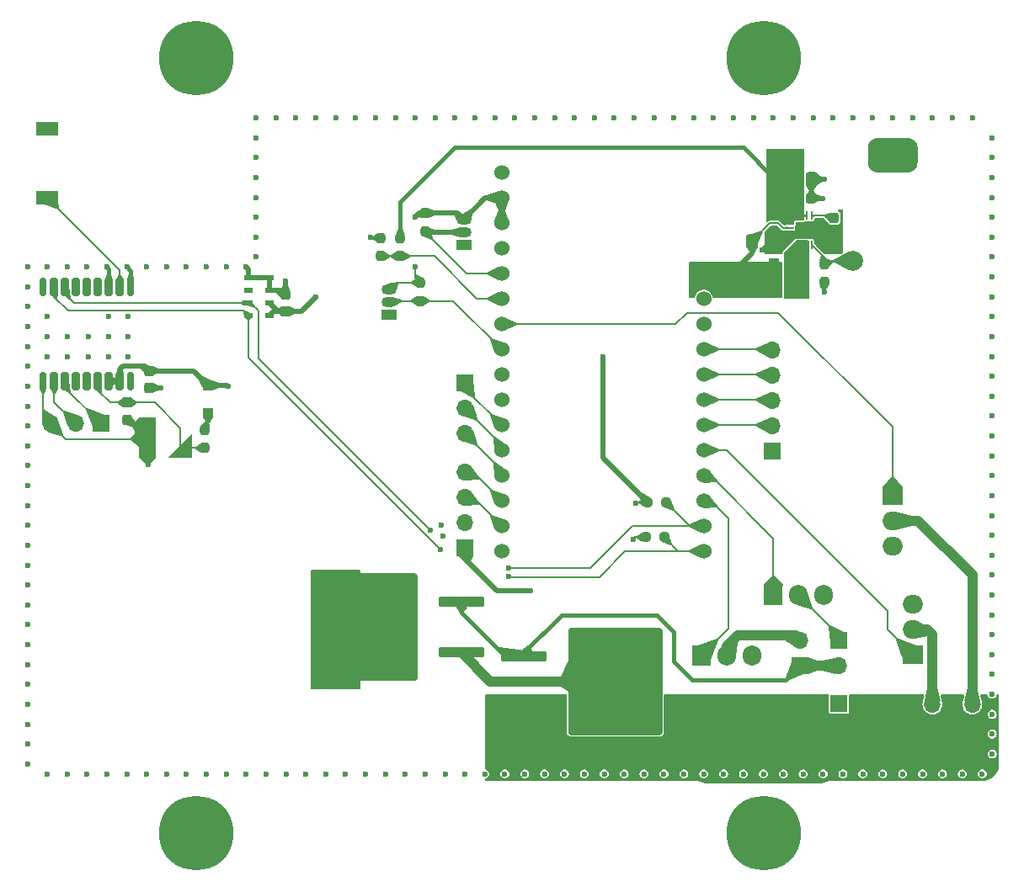
<source format=gtl>
G04 #@! TF.GenerationSoftware,KiCad,Pcbnew,8.0.1*
G04 #@! TF.CreationDate,2024-10-28T21:29:32-04:00*
G04 #@! TF.ProjectId,GHOUL-CloudCruiser,47484f55-4c2d-4436-9c6f-756443727569,rev?*
G04 #@! TF.SameCoordinates,Original*
G04 #@! TF.FileFunction,Copper,L1,Top*
G04 #@! TF.FilePolarity,Positive*
%FSLAX46Y46*%
G04 Gerber Fmt 4.6, Leading zero omitted, Abs format (unit mm)*
G04 Created by KiCad (PCBNEW 8.0.1) date 2024-10-28 21:29:32*
%MOMM*%
%LPD*%
G01*
G04 APERTURE LIST*
G04 Aperture macros list*
%AMRoundRect*
0 Rectangle with rounded corners*
0 $1 Rounding radius*
0 $2 $3 $4 $5 $6 $7 $8 $9 X,Y pos of 4 corners*
0 Add a 4 corners polygon primitive as box body*
4,1,4,$2,$3,$4,$5,$6,$7,$8,$9,$2,$3,0*
0 Add four circle primitives for the rounded corners*
1,1,$1+$1,$2,$3*
1,1,$1+$1,$4,$5*
1,1,$1+$1,$6,$7*
1,1,$1+$1,$8,$9*
0 Add four rect primitives between the rounded corners*
20,1,$1+$1,$2,$3,$4,$5,0*
20,1,$1+$1,$4,$5,$6,$7,0*
20,1,$1+$1,$6,$7,$8,$9,0*
20,1,$1+$1,$8,$9,$2,$3,0*%
%AMFreePoly0*
4,1,12,0.600035,0.600035,0.600050,0.600000,0.600050,-1.800000,0.600035,-1.800035,0.600000,-1.800050,0.599965,-1.800035,-1.800035,0.599965,-1.800050,0.600000,-1.800035,0.600035,-1.800000,0.600050,0.600000,0.600050,0.600035,0.600035,0.600035,0.600035,$1*%
G04 Aperture macros list end*
G04 #@! TA.AperFunction,ComponentPad*
%ADD10C,7.500000*%
G04 #@! TD*
G04 #@! TA.AperFunction,SMDPad,CuDef*
%ADD11R,0.980000X3.400000*%
G04 #@! TD*
G04 #@! TA.AperFunction,ComponentPad*
%ADD12R,1.700000X1.700000*%
G04 #@! TD*
G04 #@! TA.AperFunction,ComponentPad*
%ADD13O,1.700000X1.700000*%
G04 #@! TD*
G04 #@! TA.AperFunction,SMDPad,CuDef*
%ADD14RoundRect,0.237500X-0.250000X-0.237500X0.250000X-0.237500X0.250000X0.237500X-0.250000X0.237500X0*%
G04 #@! TD*
G04 #@! TA.AperFunction,SMDPad,CuDef*
%ADD15RoundRect,0.237500X-0.237500X0.300000X-0.237500X-0.300000X0.237500X-0.300000X0.237500X0.300000X0*%
G04 #@! TD*
G04 #@! TA.AperFunction,SMDPad,CuDef*
%ADD16RoundRect,0.237500X0.237500X-0.250000X0.237500X0.250000X-0.237500X0.250000X-0.237500X-0.250000X0*%
G04 #@! TD*
G04 #@! TA.AperFunction,ComponentPad*
%ADD17R,1.905000X2.000000*%
G04 #@! TD*
G04 #@! TA.AperFunction,ComponentPad*
%ADD18O,1.905000X2.000000*%
G04 #@! TD*
G04 #@! TA.AperFunction,SMDPad,CuDef*
%ADD19R,2.259800X1.362800*%
G04 #@! TD*
G04 #@! TA.AperFunction,ComponentPad*
%ADD20C,2.000000*%
G04 #@! TD*
G04 #@! TA.AperFunction,ComponentPad*
%ADD21R,1.500000X1.050000*%
G04 #@! TD*
G04 #@! TA.AperFunction,ComponentPad*
%ADD22O,1.500000X1.050000*%
G04 #@! TD*
G04 #@! TA.AperFunction,SMDPad,CuDef*
%ADD23RoundRect,0.237500X-0.300000X-0.237500X0.300000X-0.237500X0.300000X0.237500X-0.300000X0.237500X0*%
G04 #@! TD*
G04 #@! TA.AperFunction,SMDPad,CuDef*
%ADD24R,0.950000X0.550000*%
G04 #@! TD*
G04 #@! TA.AperFunction,SMDPad,CuDef*
%ADD25RoundRect,0.237500X0.237500X-0.300000X0.237500X0.300000X-0.237500X0.300000X-0.237500X-0.300000X0*%
G04 #@! TD*
G04 #@! TA.AperFunction,SMDPad,CuDef*
%ADD26RoundRect,0.062500X0.062500X-0.350000X0.062500X0.350000X-0.062500X0.350000X-0.062500X-0.350000X0*%
G04 #@! TD*
G04 #@! TA.AperFunction,SMDPad,CuDef*
%ADD27RoundRect,0.062500X0.350000X-0.062500X0.350000X0.062500X-0.350000X0.062500X-0.350000X-0.062500X0*%
G04 #@! TD*
G04 #@! TA.AperFunction,HeatsinkPad*
%ADD28C,0.500000*%
G04 #@! TD*
G04 #@! TA.AperFunction,HeatsinkPad*
%ADD29R,1.680000X1.680000*%
G04 #@! TD*
G04 #@! TA.AperFunction,SMDPad,CuDef*
%ADD30RoundRect,0.175000X0.175000X-0.725000X0.175000X0.725000X-0.175000X0.725000X-0.175000X-0.725000X0*%
G04 #@! TD*
G04 #@! TA.AperFunction,SMDPad,CuDef*
%ADD31RoundRect,0.200000X0.200000X-0.700000X0.200000X0.700000X-0.200000X0.700000X-0.200000X-0.700000X0*%
G04 #@! TD*
G04 #@! TA.AperFunction,SMDPad,CuDef*
%ADD32RoundRect,0.250000X-0.337500X-0.475000X0.337500X-0.475000X0.337500X0.475000X-0.337500X0.475000X0*%
G04 #@! TD*
G04 #@! TA.AperFunction,SMDPad,CuDef*
%ADD33RoundRect,0.250000X0.300000X-0.300000X0.300000X0.300000X-0.300000X0.300000X-0.300000X-0.300000X0*%
G04 #@! TD*
G04 #@! TA.AperFunction,ComponentPad*
%ADD34C,1.524000*%
G04 #@! TD*
G04 #@! TA.AperFunction,SMDPad,CuDef*
%ADD35FreePoly0,270.000000*%
G04 #@! TD*
G04 #@! TA.AperFunction,SMDPad,CuDef*
%ADD36R,1.700000X4.100000*%
G04 #@! TD*
G04 #@! TA.AperFunction,SMDPad,CuDef*
%ADD37RoundRect,0.250000X-2.050000X-0.300000X2.050000X-0.300000X2.050000X0.300000X-2.050000X0.300000X0*%
G04 #@! TD*
G04 #@! TA.AperFunction,SMDPad,CuDef*
%ADD38RoundRect,0.250000X-2.025000X-2.375000X2.025000X-2.375000X2.025000X2.375000X-2.025000X2.375000X0*%
G04 #@! TD*
G04 #@! TA.AperFunction,SMDPad,CuDef*
%ADD39RoundRect,0.250002X-4.449998X-5.149998X4.449998X-5.149998X4.449998X5.149998X-4.449998X5.149998X0*%
G04 #@! TD*
G04 #@! TA.AperFunction,ComponentPad*
%ADD40R,2.000000X1.905000*%
G04 #@! TD*
G04 #@! TA.AperFunction,ComponentPad*
%ADD41O,2.000000X1.905000*%
G04 #@! TD*
G04 #@! TA.AperFunction,SMDPad,CuDef*
%ADD42RoundRect,0.250000X2.050000X0.300000X-2.050000X0.300000X-2.050000X-0.300000X2.050000X-0.300000X0*%
G04 #@! TD*
G04 #@! TA.AperFunction,SMDPad,CuDef*
%ADD43RoundRect,0.250000X2.025000X2.375000X-2.025000X2.375000X-2.025000X-2.375000X2.025000X-2.375000X0*%
G04 #@! TD*
G04 #@! TA.AperFunction,SMDPad,CuDef*
%ADD44RoundRect,0.250002X4.449998X5.149998X-4.449998X5.149998X-4.449998X-5.149998X4.449998X-5.149998X0*%
G04 #@! TD*
G04 #@! TA.AperFunction,SMDPad,CuDef*
%ADD45RoundRect,0.237500X-0.237500X0.250000X-0.237500X-0.250000X0.237500X-0.250000X0.237500X0.250000X0*%
G04 #@! TD*
G04 #@! TA.AperFunction,SMDPad,CuDef*
%ADD46RoundRect,0.250000X0.337500X0.475000X-0.337500X0.475000X-0.337500X-0.475000X0.337500X-0.475000X0*%
G04 #@! TD*
G04 #@! TA.AperFunction,ViaPad*
%ADD47C,0.600000*%
G04 #@! TD*
G04 #@! TA.AperFunction,Conductor*
%ADD48C,0.200000*%
G04 #@! TD*
G04 #@! TA.AperFunction,Conductor*
%ADD49C,0.400000*%
G04 #@! TD*
G04 #@! TA.AperFunction,Conductor*
%ADD50C,0.500000*%
G04 #@! TD*
G04 #@! TA.AperFunction,Conductor*
%ADD51C,1.000000*%
G04 #@! TD*
G04 #@! TA.AperFunction,Conductor*
%ADD52C,0.150000*%
G04 #@! TD*
G04 APERTURE END LIST*
D10*
X175000000Y-55000000D03*
X175000000Y-133000000D03*
X118000000Y-133000000D03*
X118000000Y-55000000D03*
D11*
X178385000Y-76800000D03*
X176015000Y-76800000D03*
D12*
X182600000Y-119925000D03*
D13*
X182600000Y-122465000D03*
D14*
X163187500Y-103200000D03*
X165012500Y-103200000D03*
D15*
X113250000Y-86437500D03*
X113250000Y-88162500D03*
D16*
X118850000Y-94212500D03*
X118850000Y-92387500D03*
D15*
X111050000Y-89637500D03*
X111050000Y-91362500D03*
D17*
X168786676Y-115125802D03*
D18*
X171326676Y-115125802D03*
X173866676Y-115125802D03*
D19*
X103000000Y-69000000D03*
X103000000Y-62074598D03*
D20*
X184000000Y-75400000D03*
D16*
X181100000Y-77512500D03*
X181100000Y-75687500D03*
D21*
X144860000Y-73770000D03*
D22*
X144860000Y-72500000D03*
X144860000Y-71230000D03*
D12*
X145000000Y-104290000D03*
D13*
X145000000Y-101750000D03*
X145000000Y-99210000D03*
X145000000Y-96670000D03*
D12*
X108400000Y-91750000D03*
D13*
X105860000Y-91750000D03*
X103320000Y-91750000D03*
D12*
X182600000Y-113600000D03*
D13*
X182600000Y-116140000D03*
D23*
X178037500Y-69100000D03*
X179762500Y-69100000D03*
D14*
X163387500Y-99700000D03*
X165212500Y-99700000D03*
D24*
X125350000Y-80850000D03*
X125350000Y-79600000D03*
X125350000Y-78350000D03*
X125350000Y-77100000D03*
X123200000Y-77100000D03*
X123200000Y-78350000D03*
X123200000Y-79600000D03*
X123200000Y-80850000D03*
D21*
X137360000Y-80770000D03*
D22*
X137360000Y-79500000D03*
X137360000Y-78230000D03*
D12*
X196000000Y-122540000D03*
D13*
X196000000Y-120000000D03*
D25*
X182100000Y-72762500D03*
X182100000Y-71037500D03*
D12*
X145000000Y-87670000D03*
D13*
X145000000Y-90210000D03*
X145000000Y-92750000D03*
D16*
X141000000Y-72412500D03*
X141000000Y-70587500D03*
D26*
X178350000Y-73775000D03*
X178850000Y-73775000D03*
X179350000Y-73775000D03*
X179850000Y-73775000D03*
D27*
X180562500Y-73062500D03*
X180562500Y-72562500D03*
X180562500Y-72062500D03*
X180562500Y-71562500D03*
D26*
X179850000Y-70850000D03*
X179350000Y-70850000D03*
X178850000Y-70850000D03*
X178350000Y-70850000D03*
D27*
X177637500Y-71562500D03*
X177637500Y-72062500D03*
X177637500Y-72562500D03*
X177637500Y-73062500D03*
D28*
X178510000Y-72902500D03*
X179690000Y-72902500D03*
D29*
X179100000Y-72312500D03*
D28*
X178510000Y-71722500D03*
X179690000Y-71722500D03*
D16*
X138500000Y-74912500D03*
X138500000Y-73087500D03*
D12*
X192000000Y-122540000D03*
D13*
X192000000Y-120000000D03*
D30*
X102600000Y-87500000D03*
D31*
X103700000Y-87500000D03*
X104800000Y-87500000D03*
X105900000Y-87500000D03*
X107000000Y-87500000D03*
X108100000Y-87500000D03*
X109200000Y-87500000D03*
X110300000Y-87500000D03*
D30*
X111400000Y-87500000D03*
X111400000Y-78000000D03*
D31*
X110300000Y-78000000D03*
X109200000Y-78000000D03*
X108100000Y-78000000D03*
X107000000Y-78000000D03*
X105900000Y-78000000D03*
X104800000Y-78000000D03*
X103700000Y-78000000D03*
D30*
X102600000Y-78000000D03*
D32*
X177762500Y-67200000D03*
X179837500Y-67200000D03*
D16*
X140500000Y-79412500D03*
X140500000Y-77587500D03*
D33*
X119150000Y-90700000D03*
X119150000Y-87900000D03*
D12*
X175900000Y-94500000D03*
D13*
X175900000Y-91960000D03*
X175900000Y-89420000D03*
X175900000Y-86880000D03*
X175900000Y-84340000D03*
D25*
X126950000Y-80462500D03*
X126950000Y-78737500D03*
D34*
X148680000Y-66510000D03*
X148680000Y-69050000D03*
X148680000Y-71590000D03*
X148680000Y-74130000D03*
X148680000Y-76670000D03*
X148680000Y-79210000D03*
X148680000Y-81750000D03*
X148680000Y-84290000D03*
X148680000Y-86830000D03*
X148680000Y-89370000D03*
X148680000Y-91910000D03*
X148680000Y-94450000D03*
X148680000Y-96990000D03*
X148680000Y-99530000D03*
X148680000Y-102070000D03*
X148680000Y-104610000D03*
X169000000Y-104610000D03*
X169000000Y-102070000D03*
X169000000Y-99530000D03*
X169000000Y-96990000D03*
X169000000Y-94450000D03*
X169000000Y-91910000D03*
X169000000Y-89370000D03*
X169000000Y-86830000D03*
X169000000Y-84290000D03*
X169000000Y-81750000D03*
X169000000Y-79210000D03*
X169000000Y-76670000D03*
D35*
X117000000Y-94600000D03*
D36*
X113050000Y-93150000D03*
D37*
X150950000Y-115160000D03*
X150950000Y-117700000D03*
D38*
X157675000Y-114925000D03*
X157675000Y-120475000D03*
D39*
X160100000Y-117700000D03*
D38*
X162525000Y-114925000D03*
X162525000Y-120475000D03*
D37*
X150950000Y-120240000D03*
D17*
X176000000Y-109000000D03*
D18*
X178540000Y-109000000D03*
X181080000Y-109000000D03*
D12*
X178700000Y-116100000D03*
D13*
X178700000Y-113560000D03*
D40*
X190000000Y-115000000D03*
D41*
X190000000Y-112460000D03*
X190000000Y-109920000D03*
D42*
X144650000Y-114790000D03*
D43*
X137925000Y-115025000D03*
X137925000Y-109475000D03*
D44*
X135500000Y-112250000D03*
D43*
X133075000Y-115025000D03*
X133075000Y-109475000D03*
D42*
X144650000Y-109710000D03*
D45*
X136500000Y-73087500D03*
X136500000Y-74912500D03*
D40*
X188000000Y-99000000D03*
D41*
X188000000Y-101540000D03*
X188000000Y-104080000D03*
D46*
X175937500Y-73400000D03*
X173862500Y-73400000D03*
D47*
X198000000Y-67000000D03*
X198000000Y-105000000D03*
X125000000Y-127000000D03*
X130000000Y-107000000D03*
X138000000Y-61000000D03*
X187000000Y-127000000D03*
X111150000Y-85000000D03*
X198000000Y-121000000D03*
X194000000Y-61000000D03*
X184000000Y-61000000D03*
X124000000Y-65000000D03*
X119000000Y-76000000D03*
X105000000Y-127000000D03*
X159000000Y-127000000D03*
X196000000Y-61000000D03*
X135500000Y-73000000D03*
X198000000Y-93000000D03*
X124000000Y-71000000D03*
X103000000Y-85000000D03*
X152000000Y-61000000D03*
X130000000Y-117000000D03*
X173000000Y-127000000D03*
X111150000Y-81000000D03*
X101000000Y-102000000D03*
X157000000Y-127000000D03*
X130000000Y-116000000D03*
X101000000Y-98000000D03*
X175000000Y-127000000D03*
X114450000Y-88200000D03*
X103000000Y-81000000D03*
X171000000Y-127000000D03*
X113000000Y-76000000D03*
X124000000Y-69000000D03*
X130000000Y-111000000D03*
X162000000Y-61000000D03*
X189000000Y-127000000D03*
X147000000Y-127000000D03*
X130000000Y-115000000D03*
X101000000Y-112000000D03*
X198000000Y-71000000D03*
X139000000Y-127000000D03*
X198000000Y-125000000D03*
X192000000Y-61000000D03*
X178000000Y-61000000D03*
X158000000Y-61000000D03*
X177000000Y-127000000D03*
X153000000Y-127000000D03*
X198000000Y-101000000D03*
X124000000Y-73000000D03*
X130000000Y-110000000D03*
X103000000Y-76000000D03*
X101000000Y-76000000D03*
X198000000Y-87000000D03*
X109000000Y-127000000D03*
X113000000Y-127000000D03*
X198000000Y-99000000D03*
X191000000Y-127000000D03*
X103000000Y-127000000D03*
X182100000Y-74100000D03*
X155000000Y-127000000D03*
X101000000Y-110000000D03*
X142000000Y-61000000D03*
X180000000Y-61000000D03*
X149000000Y-127000000D03*
X101000000Y-84000000D03*
X168000000Y-61000000D03*
X101000000Y-92000000D03*
X189000000Y-64000000D03*
X130000000Y-113000000D03*
X198000000Y-65000000D03*
X166000000Y-61000000D03*
X142600000Y-102000000D03*
X150000000Y-61000000D03*
X148000000Y-61000000D03*
X109150000Y-83000000D03*
X198000000Y-69000000D03*
X109150000Y-81000000D03*
X124000000Y-61000000D03*
X127000000Y-127000000D03*
X130000000Y-61000000D03*
X151000000Y-127000000D03*
X121000000Y-76000000D03*
X179000000Y-127000000D03*
X198000000Y-83000000D03*
X140000000Y-61000000D03*
X186000000Y-61000000D03*
X198000000Y-73000000D03*
X117000000Y-76000000D03*
X174900000Y-74300000D03*
X188000000Y-61000000D03*
X154000000Y-61000000D03*
X101000000Y-108000000D03*
X107000000Y-76000000D03*
X130000000Y-114000000D03*
X130000000Y-118000000D03*
X198000000Y-63000000D03*
X195000000Y-127000000D03*
X165000000Y-127000000D03*
X142800000Y-103100000D03*
X101000000Y-122000000D03*
X128000000Y-61000000D03*
X146000000Y-61000000D03*
X101000000Y-78000000D03*
X198000000Y-75000000D03*
X198000000Y-109000000D03*
X198000000Y-85000000D03*
X198000000Y-119000000D03*
X145000000Y-127000000D03*
X130000000Y-112000000D03*
X134000000Y-61000000D03*
X107150000Y-83000000D03*
X107150000Y-85000000D03*
X109150000Y-85000000D03*
X123000000Y-76000000D03*
X115000000Y-76000000D03*
X198000000Y-97000000D03*
X182000000Y-61000000D03*
X117000000Y-127000000D03*
X129000000Y-127000000D03*
X198000000Y-113000000D03*
X161000000Y-127000000D03*
X190000000Y-61000000D03*
X181000000Y-69100000D03*
X163000000Y-127000000D03*
X101000000Y-124000000D03*
X101000000Y-100000000D03*
X141000000Y-127000000D03*
X119000000Y-127000000D03*
X198000000Y-111000000D03*
X176000000Y-72200000D03*
X136000000Y-61000000D03*
X133000000Y-127000000D03*
X198000000Y-95000000D03*
X101000000Y-94000000D03*
X111150000Y-83000000D03*
X105000000Y-85000000D03*
X126000000Y-61000000D03*
X105000000Y-76000000D03*
X101000000Y-80000000D03*
X101000000Y-114000000D03*
X103000000Y-83000000D03*
X101000000Y-120000000D03*
X101000000Y-104000000D03*
X172000000Y-61000000D03*
X101000000Y-126000000D03*
X124000000Y-67000000D03*
X198000000Y-107000000D03*
X101000000Y-88000000D03*
X101000000Y-118000000D03*
X111000000Y-76000000D03*
X198000000Y-103000000D03*
X198000000Y-123000000D03*
X132000000Y-61000000D03*
X160000000Y-61000000D03*
X121000000Y-127000000D03*
X109000000Y-76000000D03*
X107000000Y-127000000D03*
X130000000Y-109000000D03*
X156000000Y-61000000D03*
X198000000Y-117000000D03*
X164000000Y-61000000D03*
X135000000Y-127000000D03*
X198000000Y-79000000D03*
X174000000Y-61000000D03*
X105000000Y-83000000D03*
X176000000Y-61000000D03*
X131000000Y-127000000D03*
X144000000Y-61000000D03*
X101000000Y-96000000D03*
X185000000Y-127000000D03*
X130000000Y-108000000D03*
X170000000Y-61000000D03*
X101000000Y-116000000D03*
X198000000Y-89000000D03*
X193000000Y-127000000D03*
X113150000Y-95900000D03*
X181100000Y-67200000D03*
X169000000Y-127000000D03*
X126950000Y-77400000D03*
X101000000Y-106000000D03*
X198000000Y-81000000D03*
X183000000Y-127000000D03*
X137000000Y-127000000D03*
X198000000Y-115000000D03*
X124000000Y-63000000D03*
X181000000Y-127000000D03*
X167000000Y-127000000D03*
X198000000Y-91000000D03*
X124000000Y-75000000D03*
X115000000Y-127000000D03*
X111000000Y-127000000D03*
X101000000Y-86000000D03*
X197000000Y-127000000D03*
X143000000Y-127000000D03*
X101000000Y-82000000D03*
X101000000Y-90000000D03*
X198000000Y-77000000D03*
X123000000Y-127000000D03*
X161900000Y-103400000D03*
X121150000Y-88000000D03*
X130000000Y-79000000D03*
X140000000Y-76000000D03*
X162200000Y-99800000D03*
X140000000Y-71000000D03*
X158900000Y-85000000D03*
X176000000Y-69000000D03*
X178000000Y-65000000D03*
X176000000Y-67000000D03*
X181100000Y-78500000D03*
X151600000Y-108600000D03*
X174100000Y-77600000D03*
X149400000Y-107100000D03*
X141500000Y-102500000D03*
X149400000Y-106300000D03*
X142500000Y-104400000D03*
D48*
X116400000Y-92250000D02*
X116400000Y-94000000D01*
X109337500Y-89637500D02*
X111050000Y-89637500D01*
X113787500Y-89637500D02*
X116400000Y-92250000D01*
X111050000Y-89637500D02*
X113787500Y-89637500D01*
X117387500Y-94212500D02*
X118850000Y-94212500D01*
X117000000Y-94600000D02*
X117387500Y-94212500D01*
X108100000Y-88400000D02*
X109337500Y-89637500D01*
X108100000Y-87500000D02*
X108100000Y-88400000D01*
X116400000Y-94000000D02*
X117000000Y-94600000D01*
X114412500Y-88162500D02*
X114450000Y-88200000D01*
X177300000Y-73400000D02*
X175937500Y-73400000D01*
D49*
X179837500Y-67200000D02*
X181100000Y-67200000D01*
D48*
X179100000Y-72312500D02*
X179690000Y-71722500D01*
D49*
X113150000Y-93550000D02*
X113150000Y-95900000D01*
D50*
X126950000Y-78737500D02*
X126950000Y-77400000D01*
D48*
X175937500Y-72262500D02*
X176000000Y-72200000D01*
D49*
X175937500Y-73400000D02*
X175937500Y-72262500D01*
D48*
X178510000Y-72902500D02*
X177797500Y-72902500D01*
X112900000Y-93300000D02*
X113150000Y-93550000D01*
X178510000Y-72902500D02*
X179100000Y-72312500D01*
X179837500Y-69025000D02*
X179762500Y-69100000D01*
X102600000Y-91030000D02*
X103320000Y-91750000D01*
D49*
X111400000Y-76400000D02*
X111000000Y-76000000D01*
D48*
X113050000Y-93150000D02*
X112900000Y-93300000D01*
D50*
X113250000Y-88162500D02*
X114412500Y-88162500D01*
X123200000Y-77100000D02*
X123200000Y-76200000D01*
X113050000Y-93150000D02*
X111262500Y-91362500D01*
X125350000Y-78350000D02*
X125350000Y-77100000D01*
D48*
X178510000Y-71722500D02*
X178510000Y-72902500D01*
X179690000Y-71722500D02*
X178510000Y-71722500D01*
D49*
X175800000Y-73400000D02*
X174900000Y-74300000D01*
D50*
X126562500Y-78350000D02*
X126950000Y-78737500D01*
D49*
X109200000Y-78000000D02*
X109200000Y-76200000D01*
D50*
X111262500Y-91362500D02*
X111050000Y-91362500D01*
X123200000Y-76200000D02*
X123000000Y-76000000D01*
D48*
X135587500Y-73087500D02*
X135500000Y-73000000D01*
X178064386Y-72562500D02*
X177637500Y-72562500D01*
X178510000Y-71722500D02*
X178510000Y-72116886D01*
X177637500Y-73062500D02*
X177300000Y-73400000D01*
D49*
X111400000Y-78000000D02*
X111400000Y-76400000D01*
D48*
X179837500Y-67200000D02*
X179837500Y-69025000D01*
X136500000Y-73087500D02*
X135587500Y-73087500D01*
X102600000Y-87500000D02*
X102600000Y-91030000D01*
X103320000Y-91750000D02*
X104870000Y-93300000D01*
D49*
X109200000Y-76200000D02*
X109000000Y-76000000D01*
D48*
X177797500Y-72902500D02*
X177637500Y-73062500D01*
X175937500Y-73400000D02*
X175800000Y-73400000D01*
D49*
X179762500Y-69100000D02*
X181000000Y-69100000D01*
D50*
X125350000Y-78350000D02*
X126562500Y-78350000D01*
X125350000Y-77100000D02*
X123200000Y-77100000D01*
D48*
X178510000Y-72902500D02*
X179690000Y-72902500D01*
X104870000Y-93300000D02*
X112900000Y-93300000D01*
X178510000Y-72116886D02*
X178064386Y-72562500D01*
X179690000Y-72902500D02*
X179100000Y-72312500D01*
X177637500Y-73062500D02*
X177637500Y-72562500D01*
D50*
X125737500Y-80462500D02*
X125350000Y-80850000D01*
X112812500Y-86000000D02*
X113250000Y-86437500D01*
X126212500Y-80462500D02*
X125350000Y-79600000D01*
X110300000Y-86350000D02*
X110650000Y-86000000D01*
X126950000Y-80462500D02*
X126212500Y-80462500D01*
D48*
X162100000Y-103200000D02*
X161900000Y-103400000D01*
X140500000Y-77587500D02*
X138002500Y-77587500D01*
D50*
X158900000Y-85000000D02*
X158900000Y-95212500D01*
X121050000Y-87900000D02*
X121150000Y-88000000D01*
D48*
X163187500Y-103200000D02*
X162100000Y-103200000D01*
D50*
X113250000Y-86437500D02*
X117687500Y-86437500D01*
X147040000Y-69050000D02*
X144860000Y-71230000D01*
X117687500Y-86437500D02*
X119150000Y-87900000D01*
D48*
X140000000Y-77087500D02*
X140000000Y-76000000D01*
D50*
X126950000Y-80462500D02*
X128537500Y-80462500D01*
X148680000Y-69050000D02*
X148680000Y-71590000D01*
X158900000Y-95212500D02*
X163387500Y-99700000D01*
X148680000Y-69050000D02*
X147040000Y-69050000D01*
X141000000Y-70587500D02*
X144217500Y-70587500D01*
X144217500Y-70587500D02*
X144860000Y-71230000D01*
D48*
X162300000Y-99700000D02*
X162200000Y-99800000D01*
D50*
X109200000Y-87500000D02*
X110300000Y-87500000D01*
X140412500Y-70587500D02*
X140000000Y-71000000D01*
X119150000Y-87900000D02*
X121050000Y-87900000D01*
X110650000Y-86000000D02*
X112812500Y-86000000D01*
D48*
X138002500Y-77587500D02*
X137360000Y-78230000D01*
D50*
X126212500Y-80462500D02*
X125737500Y-80462500D01*
X110300000Y-87500000D02*
X110300000Y-86350000D01*
X141000000Y-70587500D02*
X140412500Y-70587500D01*
D48*
X163387500Y-99700000D02*
X162300000Y-99700000D01*
D50*
X128537500Y-80462500D02*
X130000000Y-79000000D01*
D48*
X140500000Y-77587500D02*
X140000000Y-77087500D01*
X178350000Y-69412500D02*
X178037500Y-69100000D01*
X177637500Y-71562500D02*
X178350000Y-70850000D01*
X177762500Y-65237500D02*
X178000000Y-65000000D01*
X178350000Y-70850000D02*
X178350000Y-69412500D01*
X177937500Y-69000000D02*
X176000000Y-69000000D01*
X178850000Y-70850000D02*
X179350000Y-70850000D01*
D49*
X138500000Y-73087500D02*
X138500000Y-69500000D01*
D48*
X178350000Y-70850000D02*
X178850000Y-70850000D01*
X177762500Y-67200000D02*
X177762500Y-65237500D01*
D49*
X138500000Y-69500000D02*
X144000000Y-64000000D01*
D48*
X177762500Y-67200000D02*
X177762500Y-68825000D01*
D49*
X173000000Y-64000000D02*
X176000000Y-67000000D01*
D48*
X177762500Y-67200000D02*
X176200000Y-67200000D01*
X177762500Y-68825000D02*
X178037500Y-69100000D01*
X176200000Y-67200000D02*
X176000000Y-67000000D01*
X178037500Y-69100000D02*
X177937500Y-69000000D01*
D49*
X144000000Y-64000000D02*
X173000000Y-64000000D01*
D48*
X179850000Y-70850000D02*
X181912500Y-70850000D01*
X181912500Y-70850000D02*
X182100000Y-71037500D01*
D50*
X171000000Y-76670000D02*
X169000000Y-76670000D01*
D48*
X181100000Y-77512500D02*
X181100000Y-78500000D01*
D50*
X173862500Y-74587500D02*
X173862500Y-73400000D01*
X169130000Y-76800000D02*
X169000000Y-76670000D01*
X173862500Y-74587500D02*
X171780000Y-76670000D01*
D48*
X174100000Y-77600000D02*
X173170000Y-76670000D01*
X176500000Y-71600000D02*
X175662500Y-71600000D01*
D50*
X145000000Y-105400000D02*
X148200000Y-108600000D01*
X148200000Y-108600000D02*
X151600000Y-108600000D01*
X171000000Y-76670000D02*
X175885000Y-76670000D01*
D48*
X173170000Y-76670000D02*
X171780000Y-76670000D01*
D50*
X171780000Y-76670000D02*
X171000000Y-76670000D01*
D48*
X175662500Y-71600000D02*
X173862500Y-73400000D01*
D50*
X145000000Y-104290000D02*
X145000000Y-105400000D01*
D48*
X176962500Y-72062500D02*
X176500000Y-71600000D01*
D50*
X175885000Y-76670000D02*
X176015000Y-76800000D01*
D48*
X177637500Y-72062500D02*
X176962500Y-72062500D01*
X119150000Y-90700000D02*
X119150000Y-92087500D01*
X119150000Y-92087500D02*
X118850000Y-92387500D01*
X103700000Y-89590000D02*
X105860000Y-91750000D01*
X103700000Y-87500000D02*
X103700000Y-89590000D01*
X108400000Y-91750000D02*
X104800000Y-88150000D01*
X178540000Y-109040000D02*
X182600000Y-113100000D01*
X178540000Y-109000000D02*
X178540000Y-109040000D01*
X182600000Y-113100000D02*
X182600000Y-113600000D01*
D49*
X149050000Y-115160000D02*
X150950000Y-115160000D01*
X167840000Y-117540000D02*
X177260000Y-117540000D01*
X166000000Y-115700000D02*
X167840000Y-117540000D01*
D48*
X150950000Y-115160000D02*
X150950000Y-114750000D01*
D51*
X182600000Y-116140000D02*
X178740000Y-116140000D01*
D49*
X166000000Y-112700000D02*
X166000000Y-115700000D01*
X144650000Y-109710000D02*
X144650000Y-110760000D01*
X154700000Y-111000000D02*
X164300000Y-111000000D01*
D50*
X178740000Y-116140000D02*
X178700000Y-116100000D01*
D49*
X150950000Y-114750000D02*
X154700000Y-111000000D01*
X164300000Y-111000000D02*
X166000000Y-112700000D01*
X177260000Y-117540000D02*
X178700000Y-116100000D01*
X144650000Y-110760000D02*
X149050000Y-115160000D01*
D51*
X154900000Y-117700000D02*
X150950000Y-117700000D01*
X144650000Y-114790000D02*
X147560000Y-117700000D01*
D48*
X157675000Y-114925000D02*
X154900000Y-117700000D01*
D51*
X147560000Y-117700000D02*
X150950000Y-117700000D01*
X178240000Y-113100000D02*
X178700000Y-113560000D01*
X171326676Y-114173324D02*
X172400000Y-113100000D01*
X171326676Y-115125802D02*
X171326676Y-114173324D01*
X172400000Y-113100000D02*
X178240000Y-113100000D01*
D48*
X148680000Y-96430000D02*
X148680000Y-96990000D01*
X145000000Y-92750000D02*
X148680000Y-96430000D01*
X145000000Y-88230000D02*
X148680000Y-91910000D01*
X145000000Y-87670000D02*
X145000000Y-88230000D01*
X145000000Y-90210000D02*
X148680000Y-93890000D01*
X148680000Y-93890000D02*
X148680000Y-94450000D01*
X178850000Y-73775000D02*
X178350000Y-73775000D01*
X179350000Y-73775000D02*
X178850000Y-73775000D01*
X179350000Y-74201886D02*
X179350000Y-73775000D01*
X169690000Y-96990000D02*
X176000000Y-103300000D01*
X169000000Y-96990000D02*
X169690000Y-96990000D01*
X176000000Y-103300000D02*
X176000000Y-109000000D01*
X171500000Y-101300000D02*
X171500000Y-112412478D01*
X169000000Y-99530000D02*
X169730000Y-99530000D01*
X169730000Y-99530000D02*
X171500000Y-101300000D01*
X171500000Y-112412478D02*
X168786676Y-115125802D01*
X161090000Y-104610000D02*
X169000000Y-104610000D01*
X149400000Y-107100000D02*
X149500000Y-107200000D01*
X124200000Y-85200000D02*
X124200000Y-80400000D01*
X104800000Y-78700000D02*
X105700000Y-79600000D01*
X104800000Y-78000000D02*
X104800000Y-78700000D01*
X105700000Y-79600000D02*
X123200000Y-79600000D01*
X158500000Y-107200000D02*
X161090000Y-104610000D01*
X123400000Y-79600000D02*
X123200000Y-79600000D01*
X166422500Y-104610000D02*
X165012500Y-103200000D01*
X149500000Y-107200000D02*
X158500000Y-107200000D01*
X141500000Y-102500000D02*
X124200000Y-85200000D01*
X124200000Y-80400000D02*
X123400000Y-79600000D01*
X104800000Y-78000000D02*
X104800000Y-78800000D01*
X169000000Y-104610000D02*
X166422500Y-104610000D01*
X142500000Y-104400000D02*
X123200000Y-85100000D01*
X149400000Y-106300000D02*
X157600000Y-106300000D01*
X169000000Y-102070000D02*
X167582500Y-102070000D01*
X122750000Y-80400000D02*
X123200000Y-80850000D01*
X157600000Y-106300000D02*
X161830000Y-102070000D01*
X161830000Y-102070000D02*
X169000000Y-102070000D01*
X167582500Y-102070000D02*
X165212500Y-99700000D01*
X123200000Y-85100000D02*
X123200000Y-80850000D01*
X103700000Y-79000000D02*
X105100000Y-80400000D01*
X103700000Y-78000000D02*
X103700000Y-79000000D01*
X105100000Y-80400000D02*
X122750000Y-80400000D01*
X146210000Y-79210000D02*
X148680000Y-79210000D01*
X148590000Y-79300000D02*
X148680000Y-79210000D01*
X141912500Y-74912500D02*
X146210000Y-79210000D01*
X136500000Y-74912500D02*
X138500000Y-74912500D01*
X138500000Y-74912500D02*
X141912500Y-74912500D01*
D50*
X144860000Y-72500000D02*
X141087500Y-72500000D01*
D48*
X148680000Y-76670000D02*
X145170000Y-76670000D01*
X141000000Y-72500000D02*
X141000000Y-72412500D01*
X145170000Y-76670000D02*
X141000000Y-72500000D01*
D50*
X141087500Y-72500000D02*
X141000000Y-72412500D01*
D48*
X184000000Y-75400000D02*
X181387500Y-75400000D01*
X181100000Y-75025000D02*
X181100000Y-75687500D01*
X179850000Y-73775000D02*
X181100000Y-75025000D01*
X181387500Y-75400000D02*
X181100000Y-75687500D01*
D52*
X110300000Y-78000000D02*
X110300000Y-76300000D01*
X110300000Y-76300000D02*
X103000000Y-69000000D01*
D48*
X145000000Y-96670000D02*
X145820000Y-96670000D01*
X145820000Y-96670000D02*
X148680000Y-99530000D01*
X145000000Y-99210000D02*
X145820000Y-99210000D01*
X145820000Y-99210000D02*
X148680000Y-102070000D01*
X169000000Y-84290000D02*
X175850000Y-84290000D01*
X175850000Y-84290000D02*
X175900000Y-84340000D01*
X169000000Y-86830000D02*
X175850000Y-86830000D01*
X175850000Y-86830000D02*
X175900000Y-86880000D01*
X175850000Y-89370000D02*
X175900000Y-89420000D01*
X169000000Y-89370000D02*
X175850000Y-89370000D01*
X169000000Y-91910000D02*
X175850000Y-91910000D01*
X175850000Y-91910000D02*
X175900000Y-91960000D01*
D51*
X192000000Y-113000000D02*
X192000000Y-120000000D01*
X190000000Y-112460000D02*
X191460000Y-112460000D01*
X191460000Y-112460000D02*
X192000000Y-113000000D01*
X196000000Y-107000000D02*
X190540000Y-101540000D01*
X196000000Y-120000000D02*
X196000000Y-107000000D01*
X190540000Y-101540000D02*
X188000000Y-101540000D01*
D48*
X169000000Y-94450000D02*
X171350000Y-94450000D01*
X187500000Y-110600000D02*
X187500000Y-112500000D01*
X187500000Y-112500000D02*
X190000000Y-115000000D01*
X171350000Y-94450000D02*
X187500000Y-110600000D01*
X176500000Y-80600000D02*
X187400000Y-91500000D01*
X166150000Y-81750000D02*
X167300000Y-80600000D01*
X188000000Y-92100000D02*
X188000000Y-99000000D01*
X167300000Y-80600000D02*
X176500000Y-80600000D01*
X187400000Y-91500000D02*
X188000000Y-92100000D01*
X148680000Y-81750000D02*
X166150000Y-81750000D01*
X137447500Y-79412500D02*
X137360000Y-79500000D01*
X140500000Y-79412500D02*
X143802500Y-79412500D01*
X143802500Y-79412500D02*
X148680000Y-84290000D01*
X140500000Y-79412500D02*
X137447500Y-79412500D01*
G04 #@! TA.AperFunction,Conductor*
G36*
X192498752Y-118303427D02*
G01*
X192501935Y-118309323D01*
X192783332Y-119665248D01*
X192781658Y-119674044D01*
X192776365Y-119678430D01*
X192004489Y-119999134D01*
X191995534Y-119999143D01*
X191995511Y-119999134D01*
X191223634Y-119678430D01*
X191217309Y-119672091D01*
X191216667Y-119665249D01*
X191498065Y-118309322D01*
X191503102Y-118301918D01*
X191509521Y-118300000D01*
X192490479Y-118300000D01*
X192498752Y-118303427D01*
G37*
G04 #@! TD.AperFunction*
G04 #@! TA.AperFunction,Conductor*
G36*
X140564541Y-70231045D02*
G01*
X140993519Y-70580930D01*
X140997764Y-70588815D01*
X140996639Y-70595128D01*
X140766173Y-71067471D01*
X140759465Y-71073403D01*
X140754188Y-71073947D01*
X140336923Y-71021105D01*
X140330120Y-71017771D01*
X139988849Y-70676500D01*
X139985422Y-70668227D01*
X139988849Y-70659954D01*
X139990016Y-70658932D01*
X140073479Y-70595128D01*
X140550043Y-70230816D01*
X140558694Y-70228515D01*
X140564541Y-70231045D01*
G37*
G04 #@! TD.AperFunction*
G04 #@! TA.AperFunction,Conductor*
G36*
X103712536Y-78026031D02*
G01*
X103712818Y-78026564D01*
X104082780Y-78772514D01*
X104083567Y-78780861D01*
X103983667Y-79138466D01*
X103980671Y-79143591D01*
X103849704Y-79274558D01*
X103841431Y-79277985D01*
X103833158Y-79274558D01*
X103833148Y-79274548D01*
X103454308Y-78894791D01*
X103450891Y-78886514D01*
X103451326Y-78883368D01*
X103691072Y-78028600D01*
X103696604Y-78021563D01*
X103705496Y-78020498D01*
X103712536Y-78026031D01*
G37*
G04 #@! TD.AperFunction*
G04 #@! TA.AperFunction,Conductor*
G36*
X170343916Y-113432014D02*
G01*
X170347266Y-113434355D01*
X170478043Y-113565132D01*
X170481470Y-113573405D01*
X170480701Y-113577577D01*
X169743463Y-115509107D01*
X169737311Y-115515614D01*
X169728360Y-115515866D01*
X169728064Y-115515748D01*
X168790836Y-115128519D01*
X168784499Y-115122193D01*
X168784247Y-115121533D01*
X168714615Y-114920337D01*
X168443395Y-114136660D01*
X168443928Y-114127723D01*
X168450426Y-114121850D01*
X170334969Y-113431642D01*
X170343916Y-113432014D01*
G37*
G04 #@! TD.AperFunction*
G04 #@! TA.AperFunction,Conductor*
G36*
X105196555Y-77926613D02*
G01*
X105201479Y-77934093D01*
X105201592Y-77934798D01*
X105352816Y-79106428D01*
X105350476Y-79115072D01*
X105349485Y-79116199D01*
X105219266Y-79246418D01*
X105210993Y-79249845D01*
X105204026Y-79247544D01*
X105013660Y-79106428D01*
X104740345Y-78903823D01*
X104735740Y-78896144D01*
X104735643Y-78893602D01*
X104798654Y-78008258D01*
X104802659Y-78000251D01*
X104808119Y-77997600D01*
X105187785Y-77924805D01*
X105196555Y-77926613D01*
G37*
G04 #@! TD.AperFunction*
G04 #@! TA.AperFunction,Conductor*
G36*
X179059191Y-64118907D02*
G01*
X179095155Y-64168407D01*
X179100000Y-64199000D01*
X179100000Y-66683234D01*
X179099695Y-66690996D01*
X179099500Y-66693475D01*
X179099500Y-67706518D01*
X179099694Y-67708969D01*
X179100000Y-67716743D01*
X179100000Y-68695537D01*
X179090871Y-68733559D01*
X179091299Y-68733698D01*
X179089535Y-68739126D01*
X179089210Y-68740481D01*
X179088892Y-68741103D01*
X179088890Y-68741109D01*
X179074500Y-68831965D01*
X179074500Y-69368034D01*
X179087345Y-69449137D01*
X179088891Y-69458893D01*
X179089208Y-69459516D01*
X179089533Y-69460869D01*
X179091300Y-69466307D01*
X179090872Y-69466445D01*
X179100000Y-69504463D01*
X179100000Y-71158992D01*
X179081093Y-71217183D01*
X179071004Y-71228996D01*
X179006996Y-71293004D01*
X178952479Y-71320781D01*
X178936992Y-71322000D01*
X178549309Y-71322000D01*
X178533822Y-71320781D01*
X178510000Y-71317008D01*
X178486178Y-71320781D01*
X178470691Y-71322000D01*
X178245172Y-71322000D01*
X178201279Y-71330732D01*
X178201275Y-71330734D01*
X178151498Y-71363994D01*
X178151494Y-71363998D01*
X178118234Y-71413775D01*
X178118232Y-71413779D01*
X178109500Y-71457672D01*
X178109500Y-71683190D01*
X178108281Y-71698680D01*
X178107519Y-71703490D01*
X178079739Y-71758006D01*
X178025222Y-71785782D01*
X178009738Y-71787000D01*
X177331604Y-71787000D01*
X177309671Y-71784540D01*
X177308675Y-71784313D01*
X177306415Y-71783800D01*
X177300942Y-71783225D01*
X177264151Y-71783737D01*
X177264143Y-71783737D01*
X177264143Y-71783738D01*
X177258128Y-71784540D01*
X177148687Y-71799132D01*
X177135603Y-71800000D01*
X177095267Y-71800000D01*
X177037076Y-71781093D01*
X177025263Y-71771003D01*
X176641896Y-71387635D01*
X176549829Y-71349500D01*
X176549828Y-71349500D01*
X175712327Y-71349500D01*
X175612672Y-71349500D01*
X175612671Y-71349500D01*
X175520603Y-71387635D01*
X175469003Y-71439235D01*
X175414486Y-71467012D01*
X175354054Y-71457440D01*
X175310790Y-71414175D01*
X175300000Y-71369231D01*
X175300000Y-64199000D01*
X175318907Y-64140809D01*
X175368407Y-64104845D01*
X175399000Y-64100000D01*
X179001000Y-64100000D01*
X179059191Y-64118907D01*
G37*
G04 #@! TD.AperFunction*
G04 #@! TA.AperFunction,Conductor*
G36*
X168712874Y-103916838D02*
G01*
X168713172Y-103917497D01*
X168999133Y-104605510D01*
X168999144Y-104614464D01*
X168999133Y-104614490D01*
X168713172Y-105302502D01*
X168706832Y-105308827D01*
X168697878Y-105308816D01*
X168697219Y-105308518D01*
X167482551Y-104713210D01*
X167476630Y-104706492D01*
X167476000Y-104702704D01*
X167476000Y-104517295D01*
X167479427Y-104509022D01*
X167482549Y-104506790D01*
X168697219Y-103911480D01*
X168706156Y-103910917D01*
X168712874Y-103916838D01*
G37*
G04 #@! TD.AperFunction*
G04 #@! TA.AperFunction,Conductor*
G36*
X179227674Y-70727960D02*
G01*
X179229424Y-70729389D01*
X179342627Y-70841694D01*
X179346087Y-70849953D01*
X179342693Y-70858240D01*
X179342627Y-70858306D01*
X179229424Y-70970610D01*
X179221137Y-70974004D01*
X179218890Y-70973777D01*
X179100000Y-70949999D01*
X179100000Y-70750000D01*
X179218889Y-70726222D01*
X179227674Y-70727960D01*
G37*
G04 #@! TD.AperFunction*
G04 #@! TA.AperFunction,Conductor*
G36*
X140177843Y-78951958D02*
G01*
X140496284Y-79405780D01*
X140498231Y-79414520D01*
X140496284Y-79419220D01*
X140177843Y-79873041D01*
X140170286Y-79877845D01*
X140162289Y-79876379D01*
X139555723Y-79515901D01*
X139550361Y-79508728D01*
X139550000Y-79505843D01*
X139550000Y-79319156D01*
X139553427Y-79310883D01*
X139555718Y-79309101D01*
X140162289Y-78948619D01*
X140171151Y-78947339D01*
X140177843Y-78951958D01*
G37*
G04 #@! TD.AperFunction*
G04 #@! TA.AperFunction,Conductor*
G36*
X196498752Y-118303427D02*
G01*
X196501935Y-118309323D01*
X196783332Y-119665248D01*
X196781658Y-119674044D01*
X196776365Y-119678430D01*
X196004489Y-119999134D01*
X195995534Y-119999143D01*
X195995511Y-119999134D01*
X195223634Y-119678430D01*
X195217309Y-119672091D01*
X195216667Y-119665249D01*
X195498065Y-118309322D01*
X195503102Y-118301918D01*
X195509521Y-118300000D01*
X196490479Y-118300000D01*
X196498752Y-118303427D01*
G37*
G04 #@! TD.AperFunction*
G04 #@! TA.AperFunction,Conductor*
G36*
X145845043Y-87435185D02*
G01*
X145850581Y-87442223D01*
X145850989Y-87444583D01*
X145961384Y-89045017D01*
X145958535Y-89053506D01*
X145957985Y-89054095D01*
X145826385Y-89185695D01*
X145818112Y-89189122D01*
X145812728Y-89187810D01*
X144535010Y-88525553D01*
X144529242Y-88518703D01*
X144530006Y-88509781D01*
X144530163Y-88509490D01*
X144996924Y-87673535D01*
X145003944Y-87667985D01*
X145836153Y-87434124D01*
X145845043Y-87435185D01*
G37*
G04 #@! TD.AperFunction*
G04 #@! TA.AperFunction,Conductor*
G36*
X113652783Y-85965707D02*
G01*
X114192695Y-86184539D01*
X114199075Y-86190822D01*
X114200000Y-86195382D01*
X114200000Y-86679617D01*
X114196573Y-86687890D01*
X114192695Y-86690460D01*
X113652784Y-86909291D01*
X113643829Y-86909223D01*
X113639401Y-86905939D01*
X113255243Y-86444991D01*
X113252579Y-86436441D01*
X113255243Y-86430009D01*
X113450783Y-86195382D01*
X113639402Y-85969059D01*
X113647330Y-85964899D01*
X113652783Y-85965707D01*
G37*
G04 #@! TD.AperFunction*
G04 #@! TA.AperFunction,Conductor*
G36*
X179981110Y-70726222D02*
G01*
X180090595Y-70748119D01*
X180098035Y-70753102D01*
X180100000Y-70759592D01*
X180100000Y-70940408D01*
X180096573Y-70948681D01*
X180090594Y-70951881D01*
X179981109Y-70973777D01*
X179972325Y-70972039D01*
X179970575Y-70970610D01*
X179857372Y-70858306D01*
X179853912Y-70850047D01*
X179857306Y-70841760D01*
X179857372Y-70841694D01*
X179970576Y-70729388D01*
X179978862Y-70725995D01*
X179981110Y-70726222D01*
G37*
G04 #@! TD.AperFunction*
G04 #@! TA.AperFunction,Conductor*
G36*
X110651358Y-89177386D02*
G01*
X111044336Y-89629828D01*
X111047174Y-89638321D01*
X111044336Y-89645172D01*
X110651358Y-90097613D01*
X110643346Y-90101612D01*
X110635975Y-90099636D01*
X110105150Y-89740979D01*
X110100213Y-89733507D01*
X110100000Y-89731284D01*
X110100000Y-89543715D01*
X110103427Y-89535442D01*
X110105147Y-89534021D01*
X110635976Y-89175362D01*
X110644748Y-89173571D01*
X110651358Y-89177386D01*
G37*
G04 #@! TD.AperFunction*
G04 #@! TA.AperFunction,Conductor*
G36*
X148386804Y-68350241D02*
G01*
X148392705Y-68356374D01*
X148679133Y-69045510D01*
X148679144Y-69054464D01*
X148679133Y-69054490D01*
X148392705Y-69743625D01*
X148386365Y-69749950D01*
X148377857Y-69750114D01*
X147163656Y-69302820D01*
X147157077Y-69296744D01*
X147156000Y-69291841D01*
X147156000Y-68808158D01*
X147159427Y-68799885D01*
X147163653Y-68797180D01*
X148377859Y-68349885D01*
X148386804Y-68350241D01*
G37*
G04 #@! TD.AperFunction*
G04 #@! TA.AperFunction,Conductor*
G36*
X168712865Y-101376845D02*
G01*
X168713180Y-101377540D01*
X168998845Y-102066219D01*
X168998850Y-102075174D01*
X168998842Y-102075193D01*
X168713430Y-102761880D01*
X168707090Y-102768204D01*
X168698135Y-102768193D01*
X168696932Y-102767610D01*
X167450016Y-102072943D01*
X167444456Y-102065923D01*
X167445489Y-102057028D01*
X167447433Y-102054453D01*
X167576541Y-101925345D01*
X167579630Y-101923130D01*
X168697197Y-101371530D01*
X168706130Y-101370943D01*
X168712865Y-101376845D01*
G37*
G04 #@! TD.AperFunction*
G04 #@! TA.AperFunction,Conductor*
G36*
X104120797Y-69164909D02*
G01*
X104128480Y-69169507D01*
X104130738Y-69175417D01*
X104215755Y-70104727D01*
X104213096Y-70113278D01*
X104212377Y-70114066D01*
X104115562Y-70210881D01*
X104107289Y-70214308D01*
X104103095Y-70213530D01*
X102728950Y-69685700D01*
X102722455Y-69679534D01*
X102722223Y-69670583D01*
X102722310Y-69670362D01*
X102995808Y-69007735D01*
X103002131Y-69001397D01*
X103008328Y-69000627D01*
X104120797Y-69164909D01*
G37*
G04 #@! TD.AperFunction*
G04 #@! TA.AperFunction,Conductor*
G36*
X119247760Y-91440859D02*
G01*
X119251120Y-91447886D01*
X119324155Y-92129614D01*
X119321629Y-92138205D01*
X119317988Y-92141205D01*
X118858634Y-92383937D01*
X118849719Y-92384772D01*
X118843967Y-92380820D01*
X118501395Y-91944722D01*
X118498979Y-91936099D01*
X118502777Y-91928790D01*
X118914208Y-91559360D01*
X119046666Y-91440426D01*
X119054483Y-91437432D01*
X119239487Y-91437432D01*
X119247760Y-91440859D01*
G37*
G04 #@! TD.AperFunction*
G04 #@! TA.AperFunction,Conductor*
G36*
X140177843Y-77126958D02*
G01*
X140496284Y-77580780D01*
X140498231Y-77589520D01*
X140496284Y-77594220D01*
X140177843Y-78048041D01*
X140170286Y-78052845D01*
X140162289Y-78051379D01*
X139555723Y-77690901D01*
X139550361Y-77683728D01*
X139550000Y-77680843D01*
X139550000Y-77494156D01*
X139553427Y-77485883D01*
X139555718Y-77484101D01*
X140162289Y-77123619D01*
X140171151Y-77122339D01*
X140177843Y-77126958D01*
G37*
G04 #@! TD.AperFunction*
G04 #@! TA.AperFunction,Conductor*
G36*
X148424873Y-114247066D02*
G01*
X151014633Y-114608387D01*
X151022353Y-114612924D01*
X151024608Y-114621564D01*
X150952150Y-115150177D01*
X150947631Y-115157908D01*
X150940086Y-115160278D01*
X148654730Y-115068082D01*
X148646734Y-115064466D01*
X148211858Y-114608387D01*
X148144143Y-114537370D01*
X148140915Y-114529020D01*
X148144338Y-114521026D01*
X148414984Y-114250380D01*
X148423256Y-114246954D01*
X148424873Y-114247066D01*
G37*
G04 #@! TD.AperFunction*
G04 #@! TA.AperFunction,Conductor*
G36*
X162852820Y-102751375D02*
G01*
X163183255Y-103192991D01*
X163185468Y-103201668D01*
X163183255Y-103207009D01*
X162852820Y-103648624D01*
X162845120Y-103653196D01*
X162837626Y-103651761D01*
X162230874Y-103303372D01*
X162225406Y-103296281D01*
X162225000Y-103293226D01*
X162225000Y-103106773D01*
X162228427Y-103098500D01*
X162230874Y-103096627D01*
X162837628Y-102748237D01*
X162846507Y-102747090D01*
X162852820Y-102751375D01*
G37*
G04 #@! TD.AperFunction*
G04 #@! TA.AperFunction,Conductor*
G36*
X147679978Y-83144019D02*
G01*
X148959829Y-83581974D01*
X148966547Y-83587895D01*
X148967111Y-83596832D01*
X148966856Y-83597508D01*
X148682562Y-84286211D01*
X148676237Y-84292551D01*
X148676211Y-84292562D01*
X147987508Y-84576856D01*
X147978554Y-84576845D01*
X147972229Y-84570505D01*
X147971974Y-84569829D01*
X147534020Y-83289980D01*
X147534584Y-83281046D01*
X147536814Y-83277925D01*
X147667923Y-83146816D01*
X147676195Y-83143390D01*
X147679978Y-83144019D01*
G37*
G04 #@! TD.AperFunction*
G04 #@! TA.AperFunction,Conductor*
G36*
X109901904Y-87102945D02*
G01*
X109905326Y-87105313D01*
X110292696Y-87491717D01*
X110296133Y-87499985D01*
X110292716Y-87508263D01*
X110292696Y-87508283D01*
X109905326Y-87894686D01*
X109897048Y-87898103D01*
X109892955Y-87897358D01*
X109507592Y-87752847D01*
X109501049Y-87746733D01*
X109500000Y-87741892D01*
X109500000Y-87258108D01*
X109503427Y-87249835D01*
X109507592Y-87247153D01*
X109892957Y-87102641D01*
X109901904Y-87102945D01*
G37*
G04 #@! TD.AperFunction*
G04 #@! TA.AperFunction,Conductor*
G36*
X143966074Y-70342789D02*
G01*
X145018184Y-70702309D01*
X145024904Y-70708225D01*
X145025541Y-70716952D01*
X144863247Y-71222990D01*
X144857457Y-71229821D01*
X144853708Y-71231007D01*
X144129636Y-71331102D01*
X144120972Y-71328840D01*
X144116965Y-71323303D01*
X143951227Y-70839342D01*
X143950596Y-70835551D01*
X143950596Y-70353861D01*
X143954023Y-70345588D01*
X143962296Y-70342161D01*
X143966074Y-70342789D01*
G37*
G04 #@! TD.AperFunction*
G04 #@! TA.AperFunction,Conductor*
G36*
X122739146Y-80307797D02*
G01*
X123300019Y-80570330D01*
X123306059Y-80576941D01*
X123305936Y-80585238D01*
X123204414Y-80841385D01*
X123198180Y-80847813D01*
X123191831Y-80848649D01*
X123186157Y-80847813D01*
X123142533Y-80841385D01*
X122734904Y-80781321D01*
X122727219Y-80776725D01*
X122724910Y-80769851D01*
X122723118Y-80570330D01*
X122722487Y-80500000D01*
X122722487Y-80318395D01*
X122725914Y-80310122D01*
X122734187Y-80306695D01*
X122739146Y-80307797D01*
G37*
G04 #@! TD.AperFunction*
G04 #@! TA.AperFunction,Conductor*
G36*
X159034865Y-117473211D02*
G01*
X160047201Y-117688556D01*
X160054580Y-117693629D01*
X160056211Y-117702434D01*
X160051138Y-117709813D01*
X160047201Y-117711444D01*
X155404652Y-118699010D01*
X155395977Y-118697463D01*
X154612565Y-118203442D01*
X154607395Y-118196130D01*
X154607106Y-118193545D01*
X154607106Y-117206454D01*
X154610533Y-117198181D01*
X154612561Y-117196559D01*
X155395979Y-116702535D01*
X155404650Y-116700989D01*
X159034865Y-117473211D01*
G37*
G04 #@! TD.AperFunction*
G04 #@! TA.AperFunction,Conductor*
G36*
X188244707Y-100608708D02*
G01*
X189925392Y-101037752D01*
X189932560Y-101043118D01*
X189934198Y-101049088D01*
X189934198Y-102030911D01*
X189930771Y-102039184D01*
X189925392Y-102042247D01*
X188244707Y-102471291D01*
X188235843Y-102470017D01*
X188230477Y-102462849D01*
X187999714Y-101542846D01*
X187999714Y-101537153D01*
X188123632Y-101043118D01*
X188230466Y-100617195D01*
X188235801Y-100610007D01*
X188244660Y-100608696D01*
X188244707Y-100608708D01*
G37*
G04 #@! TD.AperFunction*
G04 #@! TA.AperFunction,Conductor*
G36*
X168712874Y-101376838D02*
G01*
X168713172Y-101377497D01*
X168999133Y-102065510D01*
X168999144Y-102074464D01*
X168999133Y-102074490D01*
X168713172Y-102762502D01*
X168706832Y-102768827D01*
X168697878Y-102768816D01*
X168697219Y-102768518D01*
X167482551Y-102173210D01*
X167476630Y-102166492D01*
X167476000Y-102162704D01*
X167476000Y-101977295D01*
X167479427Y-101969022D01*
X167482549Y-101966790D01*
X168697219Y-101371480D01*
X168706156Y-101370917D01*
X168712874Y-101376838D01*
G37*
G04 #@! TD.AperFunction*
G04 #@! TA.AperFunction,Conductor*
G36*
X179975960Y-73726532D02*
G01*
X179980464Y-73729902D01*
X180127393Y-73909482D01*
X180129980Y-73918055D01*
X180126611Y-73925164D01*
X179992677Y-74059099D01*
X179992676Y-74059100D01*
X179987364Y-74064411D01*
X179979091Y-74067837D01*
X179970818Y-74064409D01*
X179968289Y-74060629D01*
X179853818Y-73785183D01*
X179853808Y-73776229D01*
X179860133Y-73769890D01*
X179860197Y-73769863D01*
X179967007Y-73726471D01*
X179975960Y-73726532D01*
G37*
G04 #@! TD.AperFunction*
G04 #@! TA.AperFunction,Conductor*
G36*
X145608298Y-98618246D02*
G01*
X145609187Y-98619246D01*
X146510305Y-99757184D01*
X146512755Y-99765797D01*
X146509406Y-99772720D01*
X146378253Y-99903873D01*
X146371275Y-99907228D01*
X145012984Y-100058553D01*
X145004383Y-100056063D01*
X145000061Y-100048220D01*
X144999989Y-100046935D01*
X144999297Y-99214153D01*
X145002717Y-99205877D01*
X145002734Y-99205860D01*
X145591752Y-98618226D01*
X145600029Y-98614809D01*
X145608298Y-98618246D01*
G37*
G04 #@! TD.AperFunction*
G04 #@! TA.AperFunction,Conductor*
G36*
X180966850Y-74750233D02*
G01*
X181476343Y-75247663D01*
X181479869Y-75255895D01*
X181476925Y-75263796D01*
X181107841Y-75680158D01*
X181099789Y-75684076D01*
X181092087Y-75681773D01*
X181089923Y-75680158D01*
X180650126Y-75351873D01*
X180645546Y-75344178D01*
X180646172Y-75338384D01*
X180816269Y-74885943D01*
X180818945Y-74881791D01*
X180950405Y-74750331D01*
X180958677Y-74746905D01*
X180966850Y-74750233D01*
G37*
G04 #@! TD.AperFunction*
G04 #@! TA.AperFunction,Conductor*
G36*
X175579202Y-88645520D02*
G01*
X175579400Y-88645969D01*
X175899134Y-89415511D01*
X175899143Y-89424466D01*
X175899134Y-89424489D01*
X175579683Y-90193350D01*
X175573344Y-90199675D01*
X175564389Y-90199666D01*
X175563329Y-90199161D01*
X174216097Y-89473313D01*
X174210439Y-89466372D01*
X174209946Y-89463013D01*
X174209946Y-89277459D01*
X174213373Y-89269186D01*
X174216706Y-89266852D01*
X175563657Y-88639850D01*
X175572604Y-88639466D01*
X175579202Y-88645520D01*
G37*
G04 #@! TD.AperFunction*
G04 #@! TA.AperFunction,Conductor*
G36*
X123676958Y-79600523D02*
G01*
X123678487Y-79602388D01*
X123934904Y-79990775D01*
X123936602Y-79999567D01*
X123933413Y-80005494D01*
X123804131Y-80134776D01*
X123795858Y-80138203D01*
X123791636Y-80137415D01*
X123123657Y-79878946D01*
X123117178Y-79872764D01*
X123116708Y-79864557D01*
X123196746Y-79607473D01*
X123202476Y-79600595D01*
X123207859Y-79599253D01*
X123668669Y-79597134D01*
X123676958Y-79600523D01*
G37*
G04 #@! TD.AperFunction*
G04 #@! TA.AperFunction,Conductor*
G36*
X180161218Y-68646315D02*
G01*
X180767769Y-68897011D01*
X180774106Y-68903338D01*
X180775000Y-68907824D01*
X180775000Y-69292175D01*
X180771573Y-69300448D01*
X180767769Y-69302988D01*
X180161219Y-69553683D01*
X180152264Y-69553676D01*
X180147869Y-69550487D01*
X180064665Y-69453476D01*
X179768031Y-69107615D01*
X179765247Y-69099106D01*
X179768031Y-69092384D01*
X180147870Y-68649511D01*
X180155856Y-68645463D01*
X180161218Y-68646315D01*
G37*
G04 #@! TD.AperFunction*
G04 #@! TA.AperFunction,Conductor*
G36*
X169545938Y-96460604D02*
G01*
X169546928Y-96461732D01*
X170353316Y-97510015D01*
X170355644Y-97518662D01*
X170352315Y-97525422D01*
X170221223Y-97656514D01*
X170213835Y-97659907D01*
X169012573Y-97751046D01*
X169004064Y-97748255D01*
X169000022Y-97740265D01*
X168999988Y-97739391D01*
X168999297Y-96994152D01*
X169002715Y-96985879D01*
X169529394Y-96460581D01*
X169537669Y-96457166D01*
X169545938Y-96460604D01*
G37*
G04 #@! TD.AperFunction*
G04 #@! TA.AperFunction,Conductor*
G36*
X136101467Y-72676680D02*
G01*
X136295233Y-72876409D01*
X136493897Y-73081188D01*
X136497198Y-73089512D01*
X136495007Y-73096154D01*
X136173236Y-73544820D01*
X136165629Y-73549545D01*
X136157536Y-73547928D01*
X136152554Y-73544820D01*
X135502761Y-73139484D01*
X135497556Y-73132199D01*
X135499027Y-73123366D01*
X135500677Y-73121289D01*
X135630956Y-72991010D01*
X135632553Y-72989677D01*
X136086409Y-72675210D01*
X136095160Y-72673316D01*
X136101467Y-72676680D01*
G37*
G04 #@! TD.AperFunction*
G04 #@! TA.AperFunction,Conductor*
G36*
X123208258Y-80857288D02*
G01*
X123208288Y-80857318D01*
X123468387Y-81118363D01*
X123471799Y-81126642D01*
X123469970Y-81132902D01*
X123303448Y-81394581D01*
X123296115Y-81399721D01*
X123293577Y-81400000D01*
X123106423Y-81400000D01*
X123098150Y-81396573D01*
X123096552Y-81394581D01*
X122930029Y-81132902D01*
X122928479Y-81124083D01*
X122931610Y-81118365D01*
X123191712Y-80857317D01*
X123199979Y-80853876D01*
X123208258Y-80857288D01*
G37*
G04 #@! TD.AperFunction*
G04 #@! TA.AperFunction,Conductor*
G36*
X119554005Y-87372354D02*
G01*
X120242636Y-87647062D01*
X120249050Y-87653309D01*
X120250000Y-87657928D01*
X120250000Y-88142071D01*
X120246573Y-88150344D01*
X120242635Y-88152938D01*
X119554007Y-88427644D01*
X119545053Y-88427527D01*
X119540299Y-88423779D01*
X119335767Y-88150000D01*
X119154229Y-87907000D01*
X119152024Y-87898324D01*
X119154228Y-87893000D01*
X119540300Y-87376219D01*
X119547996Y-87371643D01*
X119554005Y-87372354D01*
G37*
G04 #@! TD.AperFunction*
G04 #@! TA.AperFunction,Conductor*
G36*
X113652783Y-87690707D02*
G01*
X114192695Y-87909539D01*
X114199075Y-87915822D01*
X114200000Y-87920382D01*
X114200000Y-88404617D01*
X114196573Y-88412890D01*
X114192695Y-88415460D01*
X113652784Y-88634291D01*
X113643829Y-88634223D01*
X113639401Y-88630939D01*
X113255243Y-88169991D01*
X113252579Y-88161441D01*
X113255243Y-88155009D01*
X113450783Y-87920382D01*
X113639402Y-87694059D01*
X113647330Y-87689899D01*
X113652783Y-87690707D01*
G37*
G04 #@! TD.AperFunction*
G04 #@! TA.AperFunction,Conductor*
G36*
X176103043Y-107050927D02*
G01*
X176103488Y-107051397D01*
X176945298Y-107991954D01*
X176948262Y-108000404D01*
X176945056Y-108007822D01*
X176008476Y-108992092D01*
X176000290Y-108995723D01*
X175991935Y-108992503D01*
X175991524Y-108992092D01*
X175054943Y-108007822D01*
X175051723Y-107999467D01*
X175054701Y-107991954D01*
X175896512Y-107051397D01*
X175904583Y-107047518D01*
X175905230Y-107047500D01*
X176094770Y-107047500D01*
X176103043Y-107050927D01*
G37*
G04 #@! TD.AperFunction*
G04 #@! TA.AperFunction,Conductor*
G36*
X138264130Y-77492090D02*
G01*
X138269162Y-77499498D01*
X138269404Y-77501867D01*
X138269404Y-77685987D01*
X138269020Y-77688961D01*
X138102549Y-78322384D01*
X138097132Y-78329514D01*
X138089631Y-78331000D01*
X137366137Y-78230986D01*
X137358411Y-78226458D01*
X137356668Y-78223182D01*
X137186265Y-77724915D01*
X137186831Y-77715978D01*
X137193550Y-77710058D01*
X137194956Y-77709673D01*
X138255335Y-77490409D01*
X138264130Y-77492090D01*
G37*
G04 #@! TD.AperFunction*
G04 #@! TA.AperFunction,Conductor*
G36*
X145520704Y-70228247D02*
G01*
X145862508Y-70570051D01*
X145865935Y-70578324D01*
X145865068Y-70582744D01*
X145602890Y-71225250D01*
X145596591Y-71231616D01*
X145592028Y-71232530D01*
X144866943Y-71230726D01*
X144858678Y-71227279D01*
X144856243Y-71223693D01*
X144638530Y-70722945D01*
X144638375Y-70713993D01*
X144643556Y-70708067D01*
X145506732Y-70226303D01*
X145515623Y-70225264D01*
X145520704Y-70228247D01*
G37*
G04 #@! TD.AperFunction*
G04 #@! TA.AperFunction,Conductor*
G36*
X126030412Y-78101482D02*
G01*
X126885742Y-78198935D01*
X126893574Y-78203277D01*
X126896054Y-78209349D01*
X126950272Y-78730510D01*
X126947720Y-78739094D01*
X126945172Y-78741425D01*
X126486570Y-79050372D01*
X126477794Y-79052152D01*
X126471810Y-79048991D01*
X126020882Y-78603435D01*
X126017405Y-78595182D01*
X126017405Y-78113108D01*
X126020832Y-78104835D01*
X126029105Y-78101408D01*
X126030412Y-78101482D01*
G37*
G04 #@! TD.AperFunction*
G04 #@! TA.AperFunction,Conductor*
G36*
X113061159Y-93175944D02*
G01*
X113061303Y-93176275D01*
X113897378Y-95193675D01*
X113897379Y-95202629D01*
X113895769Y-95205382D01*
X113353513Y-95895528D01*
X113345707Y-95899917D01*
X113344313Y-95900000D01*
X112954966Y-95900000D01*
X112946693Y-95896573D01*
X112946550Y-95896428D01*
X112279190Y-95205382D01*
X112279142Y-95205332D01*
X112275861Y-95197001D01*
X112276615Y-95193069D01*
X113039552Y-93176612D01*
X113045684Y-93170089D01*
X113054634Y-93169811D01*
X113061159Y-93175944D01*
G37*
G04 #@! TD.AperFunction*
G04 #@! TA.AperFunction,Conductor*
G36*
X149373625Y-69337294D02*
G01*
X149379950Y-69343634D01*
X149380114Y-69352142D01*
X148932820Y-70566344D01*
X148926744Y-70572923D01*
X148921841Y-70574000D01*
X148438159Y-70574000D01*
X148429886Y-70570573D01*
X148427180Y-70566344D01*
X148272436Y-70146286D01*
X147979885Y-69352140D01*
X147980241Y-69343195D01*
X147986372Y-69337295D01*
X148675510Y-69050865D01*
X148684463Y-69050855D01*
X149373625Y-69337294D01*
G37*
G04 #@! TD.AperFunction*
G04 #@! TA.AperFunction,Conductor*
G36*
X107026775Y-90231004D02*
G01*
X108740932Y-90895676D01*
X108747407Y-90901862D01*
X108747611Y-90910815D01*
X108747516Y-90911052D01*
X108402562Y-91746215D01*
X108396236Y-91752553D01*
X108396215Y-91752562D01*
X107561052Y-92097516D01*
X107552097Y-92097507D01*
X107545771Y-92091169D01*
X107545692Y-92090972D01*
X106881005Y-90376777D01*
X106881209Y-90367827D01*
X106883638Y-90364280D01*
X107014278Y-90233640D01*
X107022550Y-90230214D01*
X107026775Y-90231004D01*
G37*
G04 #@! TD.AperFunction*
G04 #@! TA.AperFunction,Conductor*
G36*
X188103043Y-97098427D02*
G01*
X188103488Y-97098897D01*
X188945121Y-98039255D01*
X188948085Y-98047705D01*
X188944680Y-98055327D01*
X188008277Y-98992714D01*
X188000006Y-98996145D01*
X187991731Y-98992722D01*
X187991723Y-98992714D01*
X187055319Y-98055327D01*
X187051896Y-98047052D01*
X187054876Y-98039257D01*
X187896512Y-97098896D01*
X187904583Y-97095018D01*
X187905230Y-97095000D01*
X188094770Y-97095000D01*
X188103043Y-97098427D01*
G37*
G04 #@! TD.AperFunction*
G04 #@! TA.AperFunction,Conductor*
G36*
X169302121Y-83591183D02*
G01*
X169302780Y-83591481D01*
X170517449Y-84186789D01*
X170523370Y-84193507D01*
X170524000Y-84197295D01*
X170524000Y-84382704D01*
X170520573Y-84390977D01*
X170517449Y-84393210D01*
X169302780Y-84988518D01*
X169293843Y-84989082D01*
X169287125Y-84983161D01*
X169286835Y-84982521D01*
X169000865Y-84294489D01*
X169000855Y-84285536D01*
X169000866Y-84285510D01*
X169037531Y-84197295D01*
X169286828Y-83597495D01*
X169293167Y-83591172D01*
X169302121Y-83591183D01*
G37*
G04 #@! TD.AperFunction*
G04 #@! TA.AperFunction,Conductor*
G36*
X168712874Y-103916838D02*
G01*
X168713172Y-103917497D01*
X168999133Y-104605510D01*
X168999144Y-104614464D01*
X168999133Y-104614490D01*
X168713172Y-105302502D01*
X168706832Y-105308827D01*
X168697878Y-105308816D01*
X168697219Y-105308518D01*
X167482551Y-104713210D01*
X167476630Y-104706492D01*
X167476000Y-104702704D01*
X167476000Y-104517295D01*
X167479427Y-104509022D01*
X167482549Y-104506790D01*
X168697219Y-103911480D01*
X168706156Y-103910917D01*
X168712874Y-103916838D01*
G37*
G04 #@! TD.AperFunction*
G04 #@! TA.AperFunction,Conductor*
G36*
X173871069Y-73407978D02*
G01*
X173871476Y-73408405D01*
X174404511Y-73995807D01*
X174407533Y-74004236D01*
X174406143Y-74009226D01*
X173958349Y-74838841D01*
X173951404Y-74844494D01*
X173942496Y-74843580D01*
X173939780Y-74841557D01*
X173598434Y-74500211D01*
X173596560Y-74497762D01*
X173298478Y-73978421D01*
X173297331Y-73969540D01*
X173300335Y-73964341D01*
X173854523Y-73408009D01*
X173862789Y-73404567D01*
X173871069Y-73407978D01*
G37*
G04 #@! TD.AperFunction*
G04 #@! TA.AperFunction,Conductor*
G36*
X171684140Y-113125416D02*
G01*
X171685124Y-113126295D01*
X172379162Y-113820333D01*
X172382589Y-113828606D01*
X172382555Y-113829503D01*
X172280048Y-115161954D01*
X172275996Y-115169940D01*
X172267808Y-115172743D01*
X171329491Y-115126681D01*
X171323129Y-115124418D01*
X170547382Y-114553431D01*
X170542751Y-114545767D01*
X170544895Y-114537072D01*
X170545151Y-114536737D01*
X171667700Y-113127278D01*
X171675534Y-113122942D01*
X171684140Y-113125416D01*
G37*
G04 #@! TD.AperFunction*
G04 #@! TA.AperFunction,Conductor*
G36*
X144533102Y-71988501D02*
G01*
X144537254Y-71992420D01*
X144856986Y-72493708D01*
X144858546Y-72502526D01*
X144856986Y-72506292D01*
X144537254Y-73007579D01*
X144529916Y-73012711D01*
X144524208Y-73012546D01*
X143603606Y-72752406D01*
X143596577Y-72746859D01*
X143595088Y-72741147D01*
X143595088Y-72258852D01*
X143598515Y-72250579D01*
X143603606Y-72247593D01*
X144524208Y-71987453D01*
X144533102Y-71988501D01*
G37*
G04 #@! TD.AperFunction*
G04 #@! TA.AperFunction,Conductor*
G36*
X148930114Y-70069427D02*
G01*
X148932820Y-70073656D01*
X149380114Y-71287857D01*
X149379758Y-71296804D01*
X149373625Y-71302705D01*
X148684490Y-71589133D01*
X148675536Y-71589144D01*
X148675510Y-71589133D01*
X147986374Y-71302705D01*
X147980049Y-71296365D01*
X147979885Y-71287859D01*
X148427180Y-70073656D01*
X148433256Y-70067077D01*
X148438159Y-70066000D01*
X148921841Y-70066000D01*
X148930114Y-70069427D01*
G37*
G04 #@! TD.AperFunction*
G04 #@! TA.AperFunction,Conductor*
G36*
X122731145Y-79328550D02*
G01*
X123183464Y-79589869D01*
X123188913Y-79596975D01*
X123187742Y-79605853D01*
X123183464Y-79610131D01*
X122731145Y-79871449D01*
X122722267Y-79872620D01*
X122719011Y-79871189D01*
X122455419Y-79703448D01*
X122450279Y-79696115D01*
X122450000Y-79693577D01*
X122450000Y-79506422D01*
X122453427Y-79498149D01*
X122455415Y-79496553D01*
X122719013Y-79328809D01*
X122727830Y-79327260D01*
X122731145Y-79328550D01*
G37*
G04 #@! TD.AperFunction*
G04 #@! TA.AperFunction,Conductor*
G36*
X141376048Y-71973392D02*
G01*
X141943380Y-72246810D01*
X141949345Y-72253488D01*
X141950000Y-72257349D01*
X141950000Y-72740522D01*
X141946573Y-72748795D01*
X141940729Y-72751967D01*
X141335951Y-72880315D01*
X141327147Y-72878680D01*
X141323945Y-72875590D01*
X141194216Y-72690710D01*
X141004139Y-72419824D01*
X141002193Y-72411086D01*
X141004723Y-72405624D01*
X141361978Y-71976447D01*
X141369904Y-71972282D01*
X141376048Y-71973392D01*
G37*
G04 #@! TD.AperFunction*
G04 #@! TA.AperFunction,Conductor*
G36*
X175579202Y-91185520D02*
G01*
X175579400Y-91185969D01*
X175899134Y-91955511D01*
X175899143Y-91964466D01*
X175899134Y-91964489D01*
X175579683Y-92733350D01*
X175573344Y-92739675D01*
X175564389Y-92739666D01*
X175563329Y-92739161D01*
X174216097Y-92013313D01*
X174210439Y-92006372D01*
X174209946Y-92003013D01*
X174209946Y-91817459D01*
X174213373Y-91809186D01*
X174216706Y-91806852D01*
X175563657Y-91179850D01*
X175572604Y-91179466D01*
X175579202Y-91185520D01*
G37*
G04 #@! TD.AperFunction*
G04 #@! TA.AperFunction,Conductor*
G36*
X182032485Y-75298573D02*
G01*
X182040194Y-75303128D01*
X182042541Y-75310157D01*
X182042541Y-75495474D01*
X182039495Y-75503348D01*
X181550822Y-76040473D01*
X181542720Y-76044286D01*
X181534789Y-76041679D01*
X181106218Y-75693366D01*
X181101959Y-75685488D01*
X181103086Y-75679147D01*
X181333765Y-75207633D01*
X181340478Y-75201710D01*
X181345913Y-75201193D01*
X182032485Y-75298573D01*
G37*
G04 #@! TD.AperFunction*
G04 #@! TA.AperFunction,Conductor*
G36*
X141336754Y-70121032D02*
G01*
X141942195Y-70334744D01*
X141948855Y-70340729D01*
X141950000Y-70345777D01*
X141950000Y-70829222D01*
X141946573Y-70837495D01*
X141942194Y-70840255D01*
X141336758Y-71053966D01*
X141327816Y-71053488D01*
X141323287Y-71049653D01*
X141003715Y-70594220D01*
X141001768Y-70585480D01*
X141003715Y-70580780D01*
X141323288Y-70125345D01*
X141330844Y-70120542D01*
X141336754Y-70121032D01*
G37*
G04 #@! TD.AperFunction*
G04 #@! TA.AperFunction,Conductor*
G36*
X111464023Y-89175362D02*
G01*
X111994850Y-89534020D01*
X111999787Y-89541492D01*
X112000000Y-89543715D01*
X112000000Y-89731284D01*
X111996573Y-89739557D01*
X111994850Y-89740979D01*
X111464024Y-90099636D01*
X111455251Y-90101428D01*
X111448641Y-90097613D01*
X111055662Y-89645170D01*
X111052825Y-89636679D01*
X111055662Y-89629829D01*
X111448643Y-89177384D01*
X111456653Y-89173387D01*
X111464023Y-89175362D01*
G37*
G04 #@! TD.AperFunction*
G04 #@! TA.AperFunction,Conductor*
G36*
X176859191Y-75518907D02*
G01*
X176895155Y-75568407D01*
X176900000Y-75599000D01*
X176900000Y-79001000D01*
X176881093Y-79059191D01*
X176831593Y-79095155D01*
X176801000Y-79100000D01*
X169994811Y-79100000D01*
X169936620Y-79081093D01*
X169900656Y-79031593D01*
X169897973Y-79021576D01*
X169897476Y-79019238D01*
X169897476Y-79019236D01*
X169838202Y-78836809D01*
X169838198Y-78836803D01*
X169838197Y-78836799D01*
X169788925Y-78751459D01*
X169742294Y-78670692D01*
X169613945Y-78528145D01*
X169458763Y-78415399D01*
X169458759Y-78415397D01*
X169458752Y-78415393D01*
X169283537Y-78337383D01*
X169283532Y-78337381D01*
X169283531Y-78337381D01*
X169283528Y-78337380D01*
X169283527Y-78337380D01*
X169247843Y-78329795D01*
X169095908Y-78297500D01*
X168904092Y-78297500D01*
X168784452Y-78322930D01*
X168716472Y-78337380D01*
X168716462Y-78337383D01*
X168541247Y-78415393D01*
X168541240Y-78415397D01*
X168541237Y-78415398D01*
X168541237Y-78415399D01*
X168386055Y-78528145D01*
X168257706Y-78670692D01*
X168257704Y-78670694D01*
X168257704Y-78670695D01*
X168161802Y-78836799D01*
X168161800Y-78836804D01*
X168102523Y-79019238D01*
X168102027Y-79021576D01*
X168101425Y-79022617D01*
X168100921Y-79024171D01*
X168100590Y-79024063D01*
X168071439Y-79074566D01*
X168015545Y-79099457D01*
X168005189Y-79100000D01*
X167599000Y-79100000D01*
X167540809Y-79081093D01*
X167504845Y-79031593D01*
X167500000Y-79001000D01*
X167500000Y-75599000D01*
X167518907Y-75540809D01*
X167568407Y-75504845D01*
X167599000Y-75500000D01*
X176801000Y-75500000D01*
X176859191Y-75518907D01*
G37*
G04 #@! TD.AperFunction*
G04 #@! TA.AperFunction,Conductor*
G36*
X183621786Y-74486973D02*
G01*
X183622166Y-74487797D01*
X183999136Y-75395513D01*
X183999145Y-75404467D01*
X183999136Y-75404487D01*
X183622166Y-76312202D01*
X183615828Y-76318529D01*
X183606874Y-76318520D01*
X183606050Y-76318140D01*
X182006389Y-75503254D01*
X182000573Y-75496446D01*
X182000000Y-75492829D01*
X182000000Y-75307170D01*
X182003427Y-75298897D01*
X182006387Y-75296746D01*
X183606051Y-74481858D01*
X183614978Y-74481157D01*
X183621786Y-74486973D01*
G37*
G04 #@! TD.AperFunction*
G04 #@! TA.AperFunction,Conductor*
G36*
X127199837Y-77728427D02*
G01*
X127202665Y-77733005D01*
X127404438Y-78339154D01*
X127403800Y-78348086D01*
X127400954Y-78351730D01*
X126957617Y-78731967D01*
X126949106Y-78734752D01*
X126942383Y-78731967D01*
X126499045Y-78351730D01*
X126494996Y-78343743D01*
X126495560Y-78339158D01*
X126697335Y-77733004D01*
X126703199Y-77726237D01*
X126708436Y-77725000D01*
X127191564Y-77725000D01*
X127199837Y-77728427D01*
G37*
G04 #@! TD.AperFunction*
G04 #@! TA.AperFunction,Conductor*
G36*
X169302121Y-91211183D02*
G01*
X169302780Y-91211481D01*
X170517449Y-91806789D01*
X170523370Y-91813507D01*
X170524000Y-91817295D01*
X170524000Y-92002704D01*
X170520573Y-92010977D01*
X170517449Y-92013210D01*
X169302780Y-92608518D01*
X169293843Y-92609082D01*
X169287125Y-92603161D01*
X169286835Y-92602521D01*
X169000865Y-91914489D01*
X169000855Y-91905536D01*
X169000866Y-91905510D01*
X169037531Y-91817295D01*
X169286828Y-91217495D01*
X169293167Y-91211172D01*
X169302121Y-91211183D01*
G37*
G04 #@! TD.AperFunction*
G04 #@! TA.AperFunction,Conductor*
G36*
X176277164Y-72314805D02*
G01*
X176137500Y-72787568D01*
X175737500Y-72787568D01*
X175700000Y-72200000D01*
X176000000Y-72199000D01*
X176277164Y-72314805D01*
G37*
G04 #@! TD.AperFunction*
G04 #@! TA.AperFunction,Conductor*
G36*
X127352783Y-79990707D02*
G01*
X127892695Y-80209539D01*
X127899075Y-80215822D01*
X127900000Y-80220382D01*
X127900000Y-80704617D01*
X127896573Y-80712890D01*
X127892695Y-80715460D01*
X127352784Y-80934291D01*
X127343829Y-80934223D01*
X127339401Y-80930939D01*
X126955243Y-80469991D01*
X126952579Y-80461441D01*
X126955243Y-80455009D01*
X127150783Y-80220382D01*
X127339402Y-79994059D01*
X127347330Y-79989899D01*
X127352783Y-79990707D01*
G37*
G04 #@! TD.AperFunction*
G04 #@! TA.AperFunction,Conductor*
G36*
X182959191Y-70218907D02*
G01*
X182995155Y-70268407D01*
X183000000Y-70299000D01*
X183000000Y-74555399D01*
X182981093Y-74613590D01*
X182945937Y-74643613D01*
X182856421Y-74689214D01*
X182811484Y-74700000D01*
X181178305Y-74700000D01*
X181120114Y-74681093D01*
X181109145Y-74671837D01*
X181075482Y-74638971D01*
X181075474Y-74638964D01*
X181062983Y-74630780D01*
X181047237Y-74617977D01*
X180266688Y-73837427D01*
X180249314Y-73813964D01*
X180247743Y-73811014D01*
X180234071Y-73794304D01*
X180147878Y-73688956D01*
X180125663Y-73631946D01*
X180125500Y-73626266D01*
X180125500Y-73404020D01*
X180125499Y-73404017D01*
X180113142Y-73341890D01*
X180066066Y-73271437D01*
X180066065Y-73271435D01*
X180065744Y-73271220D01*
X179995609Y-73224357D01*
X179933482Y-73212000D01*
X179933480Y-73212000D01*
X179766520Y-73212000D01*
X179766514Y-73212000D01*
X179709318Y-73223377D01*
X179648557Y-73216185D01*
X179636086Y-73209308D01*
X179581741Y-73174016D01*
X179523548Y-73155109D01*
X179523549Y-73155109D01*
X179475503Y-73147500D01*
X179475500Y-73147500D01*
X178549309Y-73147500D01*
X178537117Y-73147979D01*
X178537110Y-73147979D01*
X178537098Y-73147980D01*
X178521618Y-73149197D01*
X178521591Y-73149201D01*
X178521577Y-73149200D01*
X178519695Y-73149349D01*
X178519683Y-73149200D01*
X178500317Y-73149200D01*
X178500306Y-73149349D01*
X178498411Y-73149200D01*
X178498403Y-73149200D01*
X178498386Y-73149198D01*
X178482902Y-73147980D01*
X178482891Y-73147979D01*
X178482884Y-73147979D01*
X178470691Y-73147500D01*
X178338008Y-73147500D01*
X178329560Y-73147831D01*
X178325802Y-73147979D01*
X178310317Y-73149198D01*
X178251929Y-73165665D01*
X178251924Y-73165668D01*
X178197416Y-73193440D01*
X178197409Y-73193444D01*
X178158052Y-73222038D01*
X177019028Y-74361062D01*
X177010752Y-74370015D01*
X177000660Y-74381832D01*
X176971017Y-74434762D01*
X176952109Y-74492958D01*
X176944500Y-74541004D01*
X176944500Y-74601000D01*
X176925593Y-74659191D01*
X176876093Y-74695155D01*
X176845500Y-74700000D01*
X175199000Y-74700000D01*
X175140809Y-74681093D01*
X175104845Y-74631593D01*
X175100000Y-74601000D01*
X175100000Y-72557768D01*
X175118907Y-72499577D01*
X175128996Y-72487764D01*
X175411534Y-72205227D01*
X175737265Y-71879496D01*
X175791782Y-71851719D01*
X175807269Y-71850500D01*
X176355232Y-71850500D01*
X176413423Y-71869407D01*
X176425235Y-71879496D01*
X176744489Y-72198749D01*
X176744492Y-72198753D01*
X176744493Y-72198753D01*
X176750135Y-72204395D01*
X176750136Y-72204397D01*
X176820603Y-72274864D01*
X176820604Y-72274864D01*
X176820605Y-72274865D01*
X176847568Y-72286034D01*
X176847569Y-72286034D01*
X176912672Y-72313001D01*
X176912673Y-72313001D01*
X177023851Y-72313001D01*
X177023859Y-72313000D01*
X177058557Y-72313000D01*
X177084764Y-72317348D01*
X177084875Y-72316878D01*
X177089598Y-72317987D01*
X177089603Y-72317989D01*
X177264143Y-72341261D01*
X177296857Y-72341716D01*
X177300946Y-72341773D01*
X177300946Y-72341772D01*
X177300947Y-72341773D01*
X177305819Y-72341261D01*
X177306419Y-72341198D01*
X177309668Y-72340460D01*
X177331600Y-72338000D01*
X178008479Y-72338000D01*
X178008480Y-72338000D01*
X178070609Y-72325642D01*
X178141065Y-72278565D01*
X178188142Y-72208109D01*
X178200500Y-72145980D01*
X178200500Y-71979020D01*
X178188895Y-71920677D01*
X178196087Y-71859917D01*
X178212426Y-71835115D01*
X178218288Y-71828607D01*
X178246068Y-71774091D01*
X178261104Y-71727821D01*
X178261866Y-71723011D01*
X178263302Y-71710879D01*
X178264521Y-71695389D01*
X178265000Y-71683190D01*
X178265000Y-71576500D01*
X178283907Y-71518309D01*
X178333407Y-71482345D01*
X178364000Y-71477500D01*
X178470682Y-71477500D01*
X178470691Y-71477500D01*
X178482893Y-71477021D01*
X178498380Y-71475802D01*
X178498383Y-71475801D01*
X178500323Y-71475649D01*
X178500336Y-71475808D01*
X178519664Y-71475808D01*
X178519677Y-71475649D01*
X178521617Y-71475801D01*
X178521620Y-71475802D01*
X178537107Y-71477021D01*
X178549309Y-71477500D01*
X178549318Y-71477500D01*
X178936983Y-71477500D01*
X178936992Y-71477500D01*
X178949194Y-71477021D01*
X178964681Y-71475802D01*
X179012764Y-71462240D01*
X179023070Y-71459334D01*
X179023070Y-71459333D01*
X179023073Y-71459333D01*
X179077590Y-71431556D01*
X179105881Y-71411001D01*
X179164068Y-71392096D01*
X179201960Y-71399635D01*
X179204391Y-71400642D01*
X179266520Y-71413000D01*
X179266521Y-71413000D01*
X179433479Y-71413000D01*
X179433480Y-71413000D01*
X179495609Y-71400642D01*
X179544999Y-71367640D01*
X179603886Y-71351032D01*
X179655000Y-71367640D01*
X179675173Y-71381119D01*
X179704390Y-71400642D01*
X179724911Y-71404723D01*
X179766520Y-71413000D01*
X179766521Y-71413000D01*
X179933479Y-71413000D01*
X179933480Y-71413000D01*
X179995609Y-71400642D01*
X180066065Y-71353565D01*
X180113142Y-71283109D01*
X180125500Y-71220980D01*
X180125500Y-71199500D01*
X180144407Y-71141309D01*
X180193907Y-71105345D01*
X180224500Y-71100500D01*
X181041504Y-71100500D01*
X181099695Y-71119407D01*
X181110527Y-71128529D01*
X181469315Y-71477500D01*
X181515174Y-71522104D01*
X181534357Y-71548126D01*
X181544174Y-71567394D01*
X181544689Y-71568403D01*
X181631597Y-71655311D01*
X181631599Y-71655312D01*
X181740657Y-71710880D01*
X181741107Y-71711109D01*
X181831967Y-71725500D01*
X182368032Y-71725499D01*
X182368034Y-71725499D01*
X182387543Y-71722408D01*
X182458893Y-71711109D01*
X182459343Y-71710880D01*
X182469582Y-71705662D01*
X182568403Y-71655311D01*
X182655311Y-71568403D01*
X182711109Y-71458893D01*
X182725500Y-71368033D01*
X182725499Y-70706968D01*
X182711109Y-70616107D01*
X182711106Y-70616102D01*
X182711106Y-70616100D01*
X182655312Y-70506599D01*
X182655311Y-70506597D01*
X182568403Y-70419689D01*
X182504656Y-70387208D01*
X182461393Y-70343945D01*
X182451822Y-70283513D01*
X182479600Y-70228996D01*
X182534116Y-70201219D01*
X182549603Y-70200000D01*
X182901000Y-70200000D01*
X182959191Y-70218907D01*
G37*
G04 #@! TD.AperFunction*
G04 #@! TA.AperFunction,Conductor*
G36*
X151344652Y-114086835D02*
G01*
X151620339Y-114362522D01*
X151879328Y-114599282D01*
X151883122Y-114607393D01*
X151880069Y-114615811D01*
X151877340Y-114618017D01*
X150959407Y-115154792D01*
X150950536Y-115156010D01*
X150943402Y-115150598D01*
X150633600Y-114619011D01*
X150632396Y-114610139D01*
X150636701Y-114603753D01*
X151329373Y-114085737D01*
X151338050Y-114083528D01*
X151344652Y-114086835D01*
G37*
G04 #@! TD.AperFunction*
G04 #@! TA.AperFunction,Conductor*
G36*
X178486177Y-73304218D02*
G01*
X178510000Y-73307992D01*
X178533822Y-73304218D01*
X178549309Y-73303000D01*
X179475500Y-73303000D01*
X179533691Y-73321907D01*
X179569655Y-73371407D01*
X179574500Y-73402000D01*
X179574500Y-74145982D01*
X179586857Y-74208107D01*
X179590589Y-74217115D01*
X179587981Y-74218195D01*
X179600000Y-74257808D01*
X179600000Y-79101000D01*
X179581093Y-79159191D01*
X179531593Y-79195155D01*
X179501000Y-79200000D01*
X177199000Y-79200000D01*
X177140809Y-79181093D01*
X177104845Y-79131593D01*
X177100000Y-79101000D01*
X177100000Y-74541008D01*
X177118907Y-74482817D01*
X177128996Y-74471004D01*
X178268004Y-73331996D01*
X178322521Y-73304219D01*
X178338008Y-73303000D01*
X178470691Y-73303000D01*
X178486177Y-73304218D01*
G37*
G04 #@! TD.AperFunction*
G04 #@! TA.AperFunction,Conductor*
G36*
X169546120Y-99000423D02*
G01*
X169546970Y-99001373D01*
X170359670Y-100016617D01*
X170362165Y-100025218D01*
X170358809Y-100032202D01*
X170227736Y-100163275D01*
X170220658Y-100166641D01*
X169012882Y-100290676D01*
X169004302Y-100288112D01*
X169000048Y-100280232D01*
X168999988Y-100279067D01*
X168999297Y-99534152D01*
X169002715Y-99525879D01*
X169529575Y-99000400D01*
X169537851Y-98996985D01*
X169546120Y-99000423D01*
G37*
G04 #@! TD.AperFunction*
G04 #@! TA.AperFunction,Conductor*
G36*
X138177843Y-74451958D02*
G01*
X138496284Y-74905780D01*
X138498231Y-74914520D01*
X138496284Y-74919220D01*
X138177843Y-75373041D01*
X138170286Y-75377845D01*
X138162289Y-75376379D01*
X137555723Y-75015901D01*
X137550361Y-75008728D01*
X137550000Y-75005843D01*
X137550000Y-74819156D01*
X137553427Y-74810883D01*
X137555718Y-74809101D01*
X138162289Y-74448619D01*
X138171151Y-74447339D01*
X138177843Y-74451958D01*
G37*
G04 #@! TD.AperFunction*
G04 #@! TA.AperFunction,Conductor*
G36*
X108114102Y-87525222D02*
G01*
X108114419Y-87525744D01*
X108498102Y-88196682D01*
X108499571Y-88203800D01*
X108454011Y-88608063D01*
X108450658Y-88615026D01*
X108319831Y-88745853D01*
X108311558Y-88749280D01*
X108303900Y-88746426D01*
X108144084Y-88608063D01*
X107909009Y-88404543D01*
X107904998Y-88396538D01*
X107905233Y-88393220D01*
X108092829Y-87529068D01*
X108097932Y-87521712D01*
X108106744Y-87520118D01*
X108114102Y-87525222D01*
G37*
G04 #@! TD.AperFunction*
G04 #@! TA.AperFunction,Conductor*
G36*
X102604573Y-87518170D02*
G01*
X102610770Y-87524366D01*
X102934530Y-88286910D01*
X102934608Y-88295865D01*
X102934154Y-88296854D01*
X102703270Y-88743671D01*
X102696428Y-88749448D01*
X102692876Y-88750000D01*
X102507124Y-88750000D01*
X102498851Y-88746573D01*
X102496730Y-88743671D01*
X102265845Y-88296854D01*
X102265091Y-88287931D01*
X102265470Y-88286910D01*
X102589231Y-87524366D01*
X102595618Y-87518091D01*
X102604573Y-87518170D01*
G37*
G04 #@! TD.AperFunction*
G04 #@! TA.AperFunction,Conductor*
G36*
X179938854Y-68153427D02*
G01*
X179940834Y-68156064D01*
X180261679Y-68739686D01*
X180262661Y-68748586D01*
X180258124Y-68754915D01*
X179770350Y-69095517D01*
X179761605Y-69097444D01*
X179755573Y-69094387D01*
X179731891Y-69071779D01*
X179327099Y-68685338D01*
X179323482Y-68677148D01*
X179326006Y-68669615D01*
X179733987Y-68154435D01*
X179741809Y-68150078D01*
X179743159Y-68150000D01*
X179930581Y-68150000D01*
X179938854Y-68153427D01*
G37*
G04 #@! TD.AperFunction*
G04 #@! TA.AperFunction,Conductor*
G36*
X136837710Y-74448620D02*
G01*
X136843327Y-74451958D01*
X137444278Y-74809099D01*
X137449639Y-74816271D01*
X137450000Y-74819156D01*
X137450000Y-75005843D01*
X137446573Y-75014116D01*
X137444277Y-75015901D01*
X136837710Y-75376379D01*
X136828848Y-75377660D01*
X136822156Y-75373041D01*
X136571555Y-75015901D01*
X136503714Y-74919219D01*
X136501768Y-74910480D01*
X136503715Y-74905780D01*
X136564498Y-74819156D01*
X136822157Y-74451957D01*
X136829713Y-74447154D01*
X136837710Y-74448620D01*
G37*
G04 #@! TD.AperFunction*
G04 #@! TA.AperFunction,Conductor*
G36*
X157657549Y-114934343D02*
G01*
X157663283Y-114941220D01*
X157662475Y-114950139D01*
X157662418Y-114950247D01*
X156266008Y-117546219D01*
X156259977Y-117551568D01*
X154623079Y-118193733D01*
X154614126Y-118193564D01*
X154607914Y-118187114D01*
X154607106Y-118182841D01*
X154607106Y-117202793D01*
X154608369Y-117197506D01*
X155397766Y-115639247D01*
X155404561Y-115633417D01*
X155404634Y-115633393D01*
X157648632Y-114933535D01*
X157657549Y-114934343D01*
G37*
G04 #@! TD.AperFunction*
G04 #@! TA.AperFunction,Conductor*
G36*
X140102632Y-76740596D02*
G01*
X140756804Y-77100232D01*
X140762402Y-77107221D01*
X140761420Y-77116122D01*
X140761404Y-77116150D01*
X140502392Y-77584176D01*
X140495388Y-77589756D01*
X140495231Y-77589799D01*
X140037978Y-77714395D01*
X140029095Y-77713264D01*
X140023614Y-77706183D01*
X140023296Y-77704589D01*
X140007918Y-77584176D01*
X139901683Y-76752329D01*
X139904034Y-76743691D01*
X139911807Y-76739243D01*
X139913289Y-76739149D01*
X140096995Y-76739149D01*
X140102632Y-76740596D01*
G37*
G04 #@! TD.AperFunction*
G04 #@! TA.AperFunction,Conductor*
G36*
X179845749Y-67207295D02*
G01*
X180377911Y-67742454D01*
X180399394Y-67764058D01*
X180402798Y-67772341D01*
X180400991Y-67778555D01*
X179940944Y-68507047D01*
X179933629Y-68512213D01*
X179931051Y-68512500D01*
X179743949Y-68512500D01*
X179735676Y-68509073D01*
X179734056Y-68507047D01*
X179274007Y-67778553D01*
X179272488Y-67769730D01*
X179275603Y-67764060D01*
X179829205Y-67207341D01*
X179837467Y-67203892D01*
X179845749Y-67207295D01*
G37*
G04 #@! TD.AperFunction*
G04 #@! TA.AperFunction,Conductor*
G36*
X144657695Y-109717431D02*
G01*
X145209373Y-110251759D01*
X145212932Y-110259975D01*
X145209637Y-110268302D01*
X145209536Y-110268405D01*
X144826806Y-110653904D01*
X144826776Y-110653934D01*
X144554292Y-110926417D01*
X144546019Y-110929844D01*
X144537746Y-110926417D01*
X144536122Y-110924384D01*
X144122172Y-110267766D01*
X144120658Y-110258940D01*
X144123652Y-110253399D01*
X144641154Y-109717717D01*
X144649366Y-109714149D01*
X144657695Y-109717431D01*
G37*
G04 #@! TD.AperFunction*
G04 #@! TA.AperFunction,Conductor*
G36*
X145782669Y-92429511D02*
G01*
X145788994Y-92435850D01*
X145789275Y-92436603D01*
X146156337Y-93533400D01*
X146270494Y-93874504D01*
X146269870Y-93883437D01*
X146267672Y-93886490D01*
X146136490Y-94017672D01*
X146128217Y-94021099D01*
X146124504Y-94020494D01*
X145714972Y-93883437D01*
X145460235Y-93798184D01*
X144686603Y-93539275D01*
X144679845Y-93533400D01*
X144679221Y-93524467D01*
X144679497Y-93523726D01*
X144997438Y-92753783D01*
X145003759Y-92747448D01*
X145773715Y-92429502D01*
X145782669Y-92429511D01*
G37*
G04 #@! TD.AperFunction*
G04 #@! TA.AperFunction,Conductor*
G36*
X162825748Y-98781459D02*
G01*
X163575460Y-99219859D01*
X163580871Y-99226992D01*
X163580370Y-99234416D01*
X163390145Y-99696003D01*
X163383825Y-99702346D01*
X163383445Y-99702497D01*
X162909284Y-99880760D01*
X162900334Y-99880463D01*
X162895037Y-99875662D01*
X162728268Y-99587071D01*
X162468895Y-99138230D01*
X162467723Y-99129354D01*
X162470751Y-99124107D01*
X162811572Y-98783286D01*
X162819844Y-98779860D01*
X162825748Y-98781459D01*
G37*
G04 #@! TD.AperFunction*
G04 #@! TA.AperFunction,Conductor*
G36*
X169302121Y-93751183D02*
G01*
X169302780Y-93751481D01*
X170517449Y-94346789D01*
X170523370Y-94353507D01*
X170524000Y-94357295D01*
X170524000Y-94542704D01*
X170520573Y-94550977D01*
X170517449Y-94553210D01*
X169302780Y-95148518D01*
X169293843Y-95149082D01*
X169287125Y-95143161D01*
X169286835Y-95142521D01*
X169000865Y-94454489D01*
X169000855Y-94445536D01*
X169000866Y-94445510D01*
X169037531Y-94357295D01*
X169286828Y-93757495D01*
X169293167Y-93751172D01*
X169302121Y-93751183D01*
G37*
G04 #@! TD.AperFunction*
G04 #@! TA.AperFunction,Conductor*
G36*
X163052820Y-99251375D02*
G01*
X163383255Y-99692991D01*
X163385468Y-99701668D01*
X163383255Y-99707009D01*
X163052820Y-100148624D01*
X163045120Y-100153196D01*
X163037626Y-100151761D01*
X162430874Y-99803372D01*
X162425406Y-99796281D01*
X162425000Y-99793226D01*
X162425000Y-99606773D01*
X162428427Y-99598500D01*
X162430874Y-99596627D01*
X163037628Y-99248237D01*
X163046507Y-99247090D01*
X163052820Y-99251375D01*
G37*
G04 #@! TD.AperFunction*
G04 #@! TA.AperFunction,Conductor*
G36*
X169302121Y-86131183D02*
G01*
X169302780Y-86131481D01*
X170517449Y-86726789D01*
X170523370Y-86733507D01*
X170524000Y-86737295D01*
X170524000Y-86922704D01*
X170520573Y-86930977D01*
X170517449Y-86933210D01*
X169302780Y-87528518D01*
X169293843Y-87529082D01*
X169287125Y-87523161D01*
X169286835Y-87522521D01*
X169000865Y-86834489D01*
X169000855Y-86825536D01*
X169000866Y-86825510D01*
X169037531Y-86737295D01*
X169286828Y-86137495D01*
X169293167Y-86131172D01*
X169302121Y-86131183D01*
G37*
G04 #@! TD.AperFunction*
G04 #@! TA.AperFunction,Conductor*
G36*
X148982121Y-81051183D02*
G01*
X148982780Y-81051481D01*
X150197449Y-81646789D01*
X150203370Y-81653507D01*
X150204000Y-81657295D01*
X150204000Y-81842704D01*
X150200573Y-81850977D01*
X150197449Y-81853210D01*
X148982780Y-82448518D01*
X148973843Y-82449082D01*
X148967125Y-82443161D01*
X148966835Y-82442521D01*
X148680865Y-81754489D01*
X148680855Y-81745536D01*
X148680866Y-81745510D01*
X148717531Y-81657295D01*
X148966828Y-81057495D01*
X148973167Y-81051172D01*
X148982121Y-81051183D01*
G37*
G04 #@! TD.AperFunction*
G04 #@! TA.AperFunction,Conductor*
G36*
X134459191Y-106518907D02*
G01*
X134495155Y-106568407D01*
X134500000Y-106599000D01*
X134500000Y-118401000D01*
X134481093Y-118459191D01*
X134431593Y-118495155D01*
X134401000Y-118500000D01*
X129599000Y-118500000D01*
X129540809Y-118481093D01*
X129504845Y-118431593D01*
X129500000Y-118401000D01*
X129500000Y-106599000D01*
X129518907Y-106540809D01*
X129568407Y-106504845D01*
X129599000Y-106500000D01*
X134401000Y-106500000D01*
X134459191Y-106518907D01*
G37*
G04 #@! TD.AperFunction*
G04 #@! TA.AperFunction,Conductor*
G36*
X165698068Y-99520136D02*
G01*
X165704160Y-99526604D01*
X166026813Y-100368519D01*
X166026574Y-100377471D01*
X166024161Y-100380979D01*
X165893525Y-100511615D01*
X165885252Y-100515042D01*
X165880981Y-100514235D01*
X165026829Y-100179344D01*
X165020378Y-100173133D01*
X165020207Y-100164180D01*
X165209855Y-99703994D01*
X165216174Y-99697653D01*
X165216504Y-99697521D01*
X165689118Y-99519839D01*
X165698068Y-99520136D01*
G37*
G04 #@! TD.AperFunction*
G04 #@! TA.AperFunction,Conductor*
G36*
X148392874Y-78516838D02*
G01*
X148393172Y-78517497D01*
X148679133Y-79205510D01*
X148679144Y-79214464D01*
X148679133Y-79214490D01*
X148393172Y-79902502D01*
X148386832Y-79908827D01*
X148377878Y-79908816D01*
X148377219Y-79908518D01*
X147162551Y-79313210D01*
X147156630Y-79306492D01*
X147156000Y-79302704D01*
X147156000Y-79117295D01*
X147159427Y-79109022D01*
X147162549Y-79106790D01*
X148377219Y-78511480D01*
X148386156Y-78510917D01*
X148392874Y-78516838D01*
G37*
G04 #@! TD.AperFunction*
G04 #@! TA.AperFunction,Conductor*
G36*
X180402829Y-66617583D02*
G01*
X181007018Y-66996561D01*
X181012205Y-67003860D01*
X181012500Y-67006472D01*
X181012500Y-67393527D01*
X181009073Y-67401800D01*
X181007017Y-67403439D01*
X180402831Y-67782415D01*
X180394002Y-67783908D01*
X180388133Y-67780562D01*
X179844156Y-67208058D01*
X179840943Y-67199701D01*
X179844157Y-67191941D01*
X180388134Y-66619435D01*
X180396315Y-66615800D01*
X180402829Y-66617583D01*
G37*
G04 #@! TD.AperFunction*
G04 #@! TA.AperFunction,Conductor*
G36*
X104102669Y-91429511D02*
G01*
X104108994Y-91435850D01*
X104109275Y-91436603D01*
X104476337Y-92533400D01*
X104590494Y-92874504D01*
X104589870Y-92883437D01*
X104587672Y-92886490D01*
X104456490Y-93017672D01*
X104448217Y-93021099D01*
X104444504Y-93020494D01*
X104034972Y-92883437D01*
X103780235Y-92798184D01*
X103006603Y-92539275D01*
X102999845Y-92533400D01*
X102999221Y-92524467D01*
X102999497Y-92523726D01*
X103317438Y-91753783D01*
X103323759Y-91747448D01*
X104093715Y-91429502D01*
X104102669Y-91429511D01*
G37*
G04 #@! TD.AperFunction*
G04 #@! TA.AperFunction,Conductor*
G36*
X137696163Y-78988140D02*
G01*
X138617070Y-79309761D01*
X138623750Y-79315724D01*
X138624912Y-79320807D01*
X138624912Y-79505682D01*
X138621485Y-79513955D01*
X138618980Y-79515861D01*
X137883758Y-79932507D01*
X137874871Y-79933605D01*
X137870448Y-79931272D01*
X137366829Y-79506601D01*
X137362713Y-79498648D01*
X137364506Y-79491366D01*
X137682442Y-78992894D01*
X137689780Y-78987763D01*
X137696163Y-78988140D01*
G37*
G04 #@! TD.AperFunction*
G04 #@! TA.AperFunction,Conductor*
G36*
X110237815Y-86076787D02*
G01*
X110241339Y-86079207D01*
X110580902Y-86418770D01*
X110583717Y-86423310D01*
X110683229Y-86718870D01*
X110682623Y-86727802D01*
X110311091Y-87476917D01*
X110304345Y-87482806D01*
X110295410Y-87482200D01*
X110289699Y-87475945D01*
X109971804Y-86655446D01*
X109972011Y-86646493D01*
X110222374Y-86082729D01*
X110228863Y-86076561D01*
X110237815Y-86076787D01*
G37*
G04 #@! TD.AperFunction*
G04 #@! TA.AperFunction,Conductor*
G36*
X138700449Y-72128427D02*
G01*
X138702989Y-72132231D01*
X138953451Y-72738218D01*
X138953444Y-72747173D01*
X138949647Y-72752055D01*
X138507009Y-73083255D01*
X138498332Y-73085468D01*
X138492991Y-73083255D01*
X138050352Y-72752055D01*
X138045780Y-72744355D01*
X138046547Y-72738220D01*
X138297011Y-72132230D01*
X138303338Y-72125894D01*
X138307824Y-72125000D01*
X138692176Y-72125000D01*
X138700449Y-72128427D01*
G37*
G04 #@! TD.AperFunction*
G04 #@! TA.AperFunction,Conductor*
G36*
X177167248Y-112600891D02*
G01*
X178689143Y-112709227D01*
X178697152Y-112713232D01*
X178700012Y-112720883D01*
X178700997Y-113557657D01*
X178700102Y-113562160D01*
X178379961Y-114332679D01*
X178373622Y-114339004D01*
X178364667Y-114338995D01*
X178363060Y-114338175D01*
X177973934Y-114100458D01*
X177160319Y-113603421D01*
X177155045Y-113596184D01*
X177154718Y-113593437D01*
X177154718Y-112612562D01*
X177158145Y-112604289D01*
X177166418Y-112600862D01*
X177167248Y-112600891D01*
G37*
G04 #@! TD.AperFunction*
G04 #@! TA.AperFunction,Conductor*
G36*
X102702913Y-90350133D02*
G01*
X102717557Y-90359683D01*
X103637150Y-90959399D01*
X103642208Y-90966789D01*
X103641570Y-90973672D01*
X103322993Y-91743763D01*
X103316664Y-91750097D01*
X103312168Y-91750990D01*
X102481938Y-91750014D01*
X102473669Y-91746577D01*
X102470252Y-91738300D01*
X102470255Y-91738064D01*
X102486615Y-90973672D01*
X102499755Y-90359683D01*
X102503358Y-90351485D01*
X102511452Y-90348233D01*
X102696522Y-90348233D01*
X102702913Y-90350133D01*
G37*
G04 #@! TD.AperFunction*
G04 #@! TA.AperFunction,Conductor*
G36*
X181771672Y-70521714D02*
G01*
X181776693Y-70526090D01*
X181928168Y-70764956D01*
X182095600Y-71028985D01*
X182097136Y-71037807D01*
X182093375Y-71044098D01*
X181653483Y-71424785D01*
X181644985Y-71427608D01*
X181637669Y-71424325D01*
X181153542Y-70953445D01*
X181150001Y-70945220D01*
X181150000Y-70945058D01*
X181150000Y-70758122D01*
X181153427Y-70749849D01*
X181157607Y-70747161D01*
X181762725Y-70521395D01*
X181771672Y-70521714D01*
G37*
G04 #@! TD.AperFunction*
G04 #@! TA.AperFunction,Conductor*
G36*
X105196841Y-87419716D02*
G01*
X105201888Y-87427114D01*
X105201980Y-87427610D01*
X105394284Y-88597912D01*
X105392244Y-88606631D01*
X105391012Y-88608082D01*
X105260798Y-88738296D01*
X105252525Y-88741723D01*
X105245788Y-88739588D01*
X104768916Y-88403665D01*
X104764127Y-88396100D01*
X104763964Y-88393639D01*
X104798932Y-87508414D01*
X104802683Y-87500285D01*
X104808228Y-87497425D01*
X105188044Y-87418054D01*
X105196841Y-87419716D01*
G37*
G04 #@! TD.AperFunction*
G04 #@! TA.AperFunction,Conductor*
G36*
X111530898Y-91130161D02*
G01*
X111820935Y-91504437D01*
X112031336Y-91775949D01*
X112033695Y-91784588D01*
X112030361Y-91791389D01*
X111689230Y-92132520D01*
X111680957Y-92135947D01*
X111677222Y-92135335D01*
X110987712Y-91903071D01*
X110980966Y-91897182D01*
X110979847Y-91890459D01*
X110992861Y-91791389D01*
X111048486Y-91367934D01*
X111052960Y-91360181D01*
X111054817Y-91359014D01*
X111516396Y-91126875D01*
X111525326Y-91126221D01*
X111530898Y-91130161D01*
G37*
G04 #@! TD.AperFunction*
G04 #@! TA.AperFunction,Conductor*
G36*
X169302121Y-88671183D02*
G01*
X169302780Y-88671481D01*
X170517449Y-89266789D01*
X170523370Y-89273507D01*
X170524000Y-89277295D01*
X170524000Y-89462704D01*
X170520573Y-89470977D01*
X170517449Y-89473210D01*
X169302780Y-90068518D01*
X169293843Y-90069082D01*
X169287125Y-90063161D01*
X169286835Y-90062521D01*
X169000865Y-89374489D01*
X169000855Y-89365536D01*
X169000866Y-89365510D01*
X169037531Y-89277295D01*
X169286828Y-88677495D01*
X169293167Y-88671172D01*
X169302121Y-88671183D01*
G37*
G04 #@! TD.AperFunction*
G04 #@! TA.AperFunction,Conductor*
G36*
X140837710Y-78948620D02*
G01*
X140843327Y-78951958D01*
X141444278Y-79309099D01*
X141449639Y-79316271D01*
X141450000Y-79319156D01*
X141450000Y-79505843D01*
X141446573Y-79514116D01*
X141444277Y-79515901D01*
X140837710Y-79876379D01*
X140828848Y-79877660D01*
X140822156Y-79873041D01*
X140571555Y-79515901D01*
X140503714Y-79419219D01*
X140501768Y-79410480D01*
X140503715Y-79405780D01*
X140564498Y-79319156D01*
X140822157Y-78951957D01*
X140829713Y-78947154D01*
X140837710Y-78948620D01*
G37*
G04 #@! TD.AperFunction*
G04 #@! TA.AperFunction,Conductor*
G36*
X111599555Y-76753427D02*
G01*
X111602493Y-76758354D01*
X111735473Y-77203989D01*
X111735032Y-77211908D01*
X111410770Y-77975633D01*
X111404382Y-77981908D01*
X111395427Y-77981830D01*
X111389231Y-77975633D01*
X111064968Y-77211908D01*
X111064526Y-77203991D01*
X111197507Y-76758353D01*
X111203156Y-76751407D01*
X111208718Y-76750000D01*
X111591282Y-76750000D01*
X111599555Y-76753427D01*
G37*
G04 #@! TD.AperFunction*
G04 #@! TA.AperFunction,Conductor*
G36*
X118527843Y-93751958D02*
G01*
X118846284Y-94205780D01*
X118848231Y-94214520D01*
X118846284Y-94219220D01*
X118527843Y-94673041D01*
X118520286Y-94677845D01*
X118512289Y-94676379D01*
X117905723Y-94315901D01*
X117900361Y-94308728D01*
X117900000Y-94305843D01*
X117900000Y-94119156D01*
X117903427Y-94110883D01*
X117905718Y-94109101D01*
X118512289Y-93748619D01*
X118521151Y-93747339D01*
X118527843Y-93751958D01*
G37*
G04 #@! TD.AperFunction*
G04 #@! TA.AperFunction,Conductor*
G36*
X110376601Y-76703427D02*
G01*
X110378397Y-76705741D01*
X110681544Y-77218002D01*
X110682808Y-77226867D01*
X110681961Y-77229150D01*
X110310486Y-77979810D01*
X110303746Y-77985705D01*
X110294811Y-77985107D01*
X110289514Y-77979810D01*
X109918038Y-77229150D01*
X109917440Y-77220215D01*
X109918452Y-77218007D01*
X110221603Y-76705741D01*
X110228766Y-76700367D01*
X110231672Y-76700000D01*
X110368328Y-76700000D01*
X110376601Y-76703427D01*
G37*
G04 #@! TD.AperFunction*
G04 #@! TA.AperFunction,Conductor*
G36*
X103705189Y-87514892D02*
G01*
X103710486Y-87520189D01*
X104082081Y-88271092D01*
X104082679Y-88280027D01*
X104081873Y-88281872D01*
X103803323Y-88793891D01*
X103796359Y-88799521D01*
X103793045Y-88800000D01*
X103606955Y-88800000D01*
X103598682Y-88796573D01*
X103596677Y-88793891D01*
X103318126Y-88281872D01*
X103317183Y-88272967D01*
X103317915Y-88271097D01*
X103689514Y-87520188D01*
X103696254Y-87514294D01*
X103705189Y-87514892D01*
G37*
G04 #@! TD.AperFunction*
G04 #@! TA.AperFunction,Conductor*
G36*
X147679978Y-90764019D02*
G01*
X148959829Y-91201974D01*
X148966547Y-91207895D01*
X148967111Y-91216832D01*
X148966856Y-91217508D01*
X148682562Y-91906211D01*
X148676237Y-91912551D01*
X148676211Y-91912562D01*
X147987508Y-92196856D01*
X147978554Y-92196845D01*
X147972229Y-92190505D01*
X147971974Y-92189829D01*
X147534020Y-90909980D01*
X147534584Y-90901046D01*
X147536814Y-90897925D01*
X147667923Y-90766816D01*
X147676195Y-90763390D01*
X147679978Y-90764019D01*
G37*
G04 #@! TD.AperFunction*
G04 #@! TA.AperFunction,Conductor*
G36*
X179472306Y-108770678D02*
G01*
X179477457Y-108777261D01*
X179946483Y-110300402D01*
X179945643Y-110309317D01*
X179943574Y-110312118D01*
X179812187Y-110443505D01*
X179803914Y-110446932D01*
X179800335Y-110446371D01*
X178364007Y-109984856D01*
X178357179Y-109979063D01*
X178356088Y-109971550D01*
X178537903Y-109006667D01*
X178542803Y-108999172D01*
X178546571Y-108997482D01*
X179463450Y-108769350D01*
X179472306Y-108770678D01*
G37*
G04 #@! TD.AperFunction*
G04 #@! TA.AperFunction,Conductor*
G36*
X177861106Y-115750666D02*
G01*
X178681609Y-116091934D01*
X178696516Y-116098135D01*
X178702839Y-116104476D01*
X178702845Y-116104492D01*
X179045881Y-116939419D01*
X179045856Y-116948373D01*
X179039748Y-116954584D01*
X177260775Y-117732830D01*
X177251822Y-117733006D01*
X177245367Y-117726800D01*
X177244386Y-117722111D01*
X177244386Y-117342147D01*
X177245149Y-117337991D01*
X177845714Y-115757326D01*
X177851855Y-115750812D01*
X177860806Y-115750547D01*
X177861106Y-115750666D01*
G37*
G04 #@! TD.AperFunction*
G04 #@! TA.AperFunction,Conductor*
G36*
X189506061Y-63000597D02*
G01*
X189682941Y-63018018D01*
X189706769Y-63022757D01*
X189871001Y-63072576D01*
X189893453Y-63081877D01*
X190044798Y-63162772D01*
X190065010Y-63176277D01*
X190197666Y-63285145D01*
X190214854Y-63302333D01*
X190323722Y-63434989D01*
X190337227Y-63455201D01*
X190418121Y-63606543D01*
X190427424Y-63629001D01*
X190477240Y-63793224D01*
X190481982Y-63817065D01*
X190499403Y-63993938D01*
X190500000Y-64006092D01*
X190500000Y-65493907D01*
X190499403Y-65506061D01*
X190481982Y-65682934D01*
X190477240Y-65706775D01*
X190427424Y-65870998D01*
X190418121Y-65893456D01*
X190337227Y-66044798D01*
X190323722Y-66065010D01*
X190214854Y-66197666D01*
X190197666Y-66214854D01*
X190065010Y-66323722D01*
X190044798Y-66337227D01*
X189893456Y-66418121D01*
X189870998Y-66427424D01*
X189706775Y-66477240D01*
X189682934Y-66481982D01*
X189506061Y-66499403D01*
X189493907Y-66500000D01*
X186506093Y-66500000D01*
X186493939Y-66499403D01*
X186317065Y-66481982D01*
X186293224Y-66477240D01*
X186129001Y-66427424D01*
X186106543Y-66418121D01*
X185955201Y-66337227D01*
X185934989Y-66323722D01*
X185802333Y-66214854D01*
X185785145Y-66197666D01*
X185676277Y-66065010D01*
X185662772Y-66044798D01*
X185581878Y-65893456D01*
X185572575Y-65870998D01*
X185522757Y-65706769D01*
X185518018Y-65682941D01*
X185500597Y-65506061D01*
X185500000Y-65493907D01*
X185500000Y-64006092D01*
X185500597Y-63993938D01*
X185518018Y-63817056D01*
X185522757Y-63793232D01*
X185572577Y-63628994D01*
X185581875Y-63606549D01*
X185662775Y-63455195D01*
X185676272Y-63434995D01*
X185785149Y-63302328D01*
X185802328Y-63285149D01*
X185934995Y-63176272D01*
X185955195Y-63162775D01*
X186106549Y-63081875D01*
X186128994Y-63072577D01*
X186293232Y-63022757D01*
X186317056Y-63018018D01*
X186493939Y-63000597D01*
X186506093Y-63000000D01*
X189493907Y-63000000D01*
X189506061Y-63000597D01*
G37*
G04 #@! TD.AperFunction*
G04 #@! TA.AperFunction,Conductor*
G36*
X145007576Y-104297724D02*
G01*
X145008756Y-104298756D01*
X145843978Y-105133978D01*
X145847405Y-105142251D01*
X145846121Y-105147580D01*
X145594808Y-105638775D01*
X145592665Y-105641719D01*
X145248521Y-105985863D01*
X145240248Y-105989290D01*
X145232146Y-105986031D01*
X144358285Y-105147230D01*
X144354689Y-105139028D01*
X144357081Y-105131697D01*
X144991180Y-104299934D01*
X144998919Y-104295434D01*
X145007576Y-104297724D01*
G37*
G04 #@! TD.AperFunction*
G04 #@! TA.AperFunction,Conductor*
G36*
X182274044Y-115358341D02*
G01*
X182278430Y-115363634D01*
X182599134Y-116135511D01*
X182599143Y-116144466D01*
X182599134Y-116144489D01*
X182278430Y-116916365D01*
X182272091Y-116922690D01*
X182265248Y-116923332D01*
X180909323Y-116641934D01*
X180901918Y-116636897D01*
X180900000Y-116630478D01*
X180900000Y-115649521D01*
X180903427Y-115641248D01*
X180909322Y-115638065D01*
X182265249Y-115356667D01*
X182274044Y-115358341D01*
G37*
G04 #@! TD.AperFunction*
G04 #@! TA.AperFunction,Conductor*
G36*
X148051414Y-93117430D02*
G01*
X149207138Y-93903245D01*
X149212052Y-93910730D01*
X149210234Y-93919499D01*
X149208843Y-93921182D01*
X148684140Y-94447264D01*
X148675871Y-94450702D01*
X148675845Y-94450702D01*
X147929533Y-94450010D01*
X147921263Y-94446575D01*
X147917845Y-94438468D01*
X147902054Y-93258346D01*
X147905370Y-93250028D01*
X148036565Y-93118832D01*
X148044837Y-93115406D01*
X148051414Y-93117430D01*
G37*
G04 #@! TD.AperFunction*
G04 #@! TA.AperFunction,Conductor*
G36*
X104735490Y-90479504D02*
G01*
X106173396Y-90960724D01*
X106180154Y-90966599D01*
X106180778Y-90975532D01*
X106180497Y-90976285D01*
X105862562Y-91746214D01*
X105856237Y-91752553D01*
X105856214Y-91752562D01*
X105086285Y-92070497D01*
X105077330Y-92070488D01*
X105071005Y-92064149D01*
X105070724Y-92063396D01*
X104966695Y-91752553D01*
X104589505Y-90625492D01*
X104590129Y-90616562D01*
X104592324Y-90613512D01*
X104723510Y-90482326D01*
X104731782Y-90478900D01*
X104735490Y-90479504D01*
G37*
G04 #@! TD.AperFunction*
G04 #@! TA.AperFunction,Conductor*
G36*
X179557211Y-115272917D02*
G01*
X180392973Y-115636939D01*
X180399189Y-115643384D01*
X180400000Y-115647665D01*
X180400000Y-116631812D01*
X180396573Y-116640085D01*
X180392309Y-116642804D01*
X179557002Y-116947446D01*
X179548055Y-116947061D01*
X179544727Y-116944733D01*
X178707384Y-116108374D01*
X178703953Y-116100105D01*
X178707375Y-116091830D01*
X178707410Y-116091794D01*
X179544369Y-115275268D01*
X179552684Y-115271945D01*
X179557211Y-115272917D01*
G37*
G04 #@! TD.AperFunction*
G04 #@! TA.AperFunction,Conductor*
G36*
X148392874Y-75976838D02*
G01*
X148393172Y-75977497D01*
X148679133Y-76665510D01*
X148679144Y-76674464D01*
X148679133Y-76674490D01*
X148393172Y-77362502D01*
X148386832Y-77368827D01*
X148377878Y-77368816D01*
X148377219Y-77368518D01*
X147162551Y-76773210D01*
X147156630Y-76766492D01*
X147156000Y-76762704D01*
X147156000Y-76577295D01*
X147159427Y-76569022D01*
X147162549Y-76566790D01*
X148377219Y-75971480D01*
X148386156Y-75970917D01*
X148392874Y-75976838D01*
G37*
G04 #@! TD.AperFunction*
G04 #@! TA.AperFunction,Conductor*
G36*
X175465685Y-74017158D02*
G01*
X175112132Y-74512132D01*
X175100000Y-74500080D01*
X174899293Y-74300707D01*
X174697568Y-74097633D01*
X174694170Y-74089349D01*
X174697624Y-74081087D01*
X174699070Y-74079867D01*
X174858482Y-73966000D01*
X175182842Y-73734315D01*
X175465685Y-74017158D01*
G37*
G04 #@! TD.AperFunction*
G04 #@! TA.AperFunction,Conductor*
G36*
X147679978Y-98384019D02*
G01*
X148959829Y-98821974D01*
X148966547Y-98827895D01*
X148967111Y-98836832D01*
X148966856Y-98837508D01*
X148682562Y-99526211D01*
X148676237Y-99532551D01*
X148676211Y-99532562D01*
X147987508Y-99816856D01*
X147978554Y-99816845D01*
X147972229Y-99810505D01*
X147971974Y-99809829D01*
X147534020Y-98529980D01*
X147534584Y-98521046D01*
X147536814Y-98517925D01*
X147667923Y-98386816D01*
X147676195Y-98383390D01*
X147679978Y-98384019D01*
G37*
G04 #@! TD.AperFunction*
G04 #@! TA.AperFunction,Conductor*
G36*
X112204173Y-91112351D02*
G01*
X112206687Y-91116121D01*
X113046216Y-93139883D01*
X113046221Y-93148838D01*
X113039892Y-93155173D01*
X113039876Y-93155180D01*
X112210241Y-93497851D01*
X112201286Y-93497842D01*
X112195219Y-93492085D01*
X111425754Y-91883203D01*
X111425276Y-91874261D01*
X111428034Y-91869884D01*
X111775736Y-91522183D01*
X112187629Y-91112310D01*
X112195909Y-91108904D01*
X112204173Y-91112351D01*
G37*
G04 #@! TD.AperFunction*
G04 #@! TA.AperFunction,Conductor*
G36*
X175579202Y-86105520D02*
G01*
X175579400Y-86105969D01*
X175899134Y-86875511D01*
X175899143Y-86884466D01*
X175899134Y-86884489D01*
X175579683Y-87653350D01*
X175573344Y-87659675D01*
X175564389Y-87659666D01*
X175563329Y-87659161D01*
X174216097Y-86933313D01*
X174210439Y-86926372D01*
X174209946Y-86923013D01*
X174209946Y-86737459D01*
X174213373Y-86729186D01*
X174216706Y-86726852D01*
X175563657Y-86099850D01*
X175572604Y-86099466D01*
X175579202Y-86105520D01*
G37*
G04 #@! TD.AperFunction*
G04 #@! TA.AperFunction,Conductor*
G36*
X165498068Y-103020136D02*
G01*
X165504160Y-103026604D01*
X165826813Y-103868519D01*
X165826574Y-103877471D01*
X165824161Y-103880979D01*
X165693525Y-104011615D01*
X165685252Y-104015042D01*
X165680981Y-104014235D01*
X164826829Y-103679344D01*
X164820378Y-103673133D01*
X164820207Y-103664180D01*
X165009855Y-103203994D01*
X165016174Y-103197653D01*
X165016504Y-103197521D01*
X165489118Y-103019839D01*
X165498068Y-103020136D01*
G37*
G04 #@! TD.AperFunction*
G04 #@! TA.AperFunction,Conductor*
G36*
X155208691Y-119018907D02*
G01*
X155244655Y-119068407D01*
X155249500Y-119099000D01*
X155249500Y-122881521D01*
X155249501Y-122881523D01*
X155264352Y-122975299D01*
X155264354Y-122975304D01*
X155321950Y-123088342D01*
X155411658Y-123178050D01*
X155524696Y-123235646D01*
X155606912Y-123248667D01*
X155614460Y-123250796D01*
X155626182Y-123251719D01*
X155626321Y-123251741D01*
X155634153Y-123250499D01*
X160468477Y-123250499D01*
X160468481Y-123250500D01*
X164581518Y-123250499D01*
X164581521Y-123250499D01*
X164581522Y-123250498D01*
X164628411Y-123243072D01*
X164675299Y-123235647D01*
X164675299Y-123235646D01*
X164675304Y-123235646D01*
X164788342Y-123178050D01*
X164878050Y-123088342D01*
X164923062Y-123000002D01*
X197544867Y-123000002D01*
X197563302Y-123128225D01*
X197586057Y-123178050D01*
X197617118Y-123246063D01*
X197701951Y-123343967D01*
X197701952Y-123343968D01*
X197810926Y-123414001D01*
X197810931Y-123414004D01*
X197935228Y-123450500D01*
X197935230Y-123450500D01*
X198064770Y-123450500D01*
X198064772Y-123450500D01*
X198189069Y-123414004D01*
X198298049Y-123343967D01*
X198382882Y-123246063D01*
X198436697Y-123128226D01*
X198455133Y-123000000D01*
X198451582Y-122975304D01*
X198436697Y-122871774D01*
X198382882Y-122753938D01*
X198382882Y-122753937D01*
X198298049Y-122656033D01*
X198298048Y-122656032D01*
X198298047Y-122656031D01*
X198189073Y-122585998D01*
X198189070Y-122585996D01*
X198189069Y-122585996D01*
X198189066Y-122585995D01*
X198064774Y-122549500D01*
X198064772Y-122549500D01*
X197935228Y-122549500D01*
X197935225Y-122549500D01*
X197810933Y-122585995D01*
X197810926Y-122585998D01*
X197701952Y-122656031D01*
X197617117Y-122753938D01*
X197563302Y-122871774D01*
X197544867Y-122999997D01*
X197544867Y-123000002D01*
X164923062Y-123000002D01*
X164935646Y-122975304D01*
X164946926Y-122904081D01*
X164950500Y-122881521D01*
X164950500Y-119099000D01*
X164969407Y-119040809D01*
X165018907Y-119004845D01*
X165049500Y-119000000D01*
X181500500Y-119000000D01*
X181558691Y-119018907D01*
X181594655Y-119068407D01*
X181599500Y-119099000D01*
X181599500Y-120789827D01*
X181608232Y-120833720D01*
X181608233Y-120833722D01*
X181641496Y-120883504D01*
X181691278Y-120916767D01*
X181702327Y-120918964D01*
X181735172Y-120925499D01*
X181735178Y-120925499D01*
X181735180Y-120925500D01*
X181735181Y-120925500D01*
X183464819Y-120925500D01*
X183464820Y-120925500D01*
X183464821Y-120925499D01*
X183464827Y-120925499D01*
X183486623Y-120921162D01*
X183508722Y-120916767D01*
X183558504Y-120883504D01*
X183591767Y-120833722D01*
X183600500Y-120789820D01*
X183600500Y-119099000D01*
X183619407Y-119040809D01*
X183668907Y-119004845D01*
X183699500Y-119000000D01*
X191074258Y-119000000D01*
X191132449Y-119018907D01*
X191168413Y-119068407D01*
X191171193Y-119119117D01*
X191064412Y-119633650D01*
X191063662Y-119637262D01*
X191063542Y-119637237D01*
X191061133Y-119648408D01*
X191013975Y-119803867D01*
X191013974Y-119803873D01*
X190994659Y-119999996D01*
X190994659Y-120000003D01*
X191013974Y-120196126D01*
X191013975Y-120196129D01*
X191071187Y-120384730D01*
X191071188Y-120384732D01*
X191135621Y-120505276D01*
X191164090Y-120558538D01*
X191164092Y-120558540D01*
X191164093Y-120558542D01*
X191289112Y-120710878D01*
X191289121Y-120710887D01*
X191341578Y-120753937D01*
X191441462Y-120835910D01*
X191530504Y-120883504D01*
X191592734Y-120916767D01*
X191615273Y-120928814D01*
X191803868Y-120986024D01*
X191803870Y-120986024D01*
X191803873Y-120986025D01*
X191999997Y-121005341D01*
X192000000Y-121005341D01*
X192000003Y-121005341D01*
X192196126Y-120986025D01*
X192196127Y-120986024D01*
X192196132Y-120986024D01*
X192384727Y-120928814D01*
X192558538Y-120835910D01*
X192710883Y-120710883D01*
X192835910Y-120558538D01*
X192928814Y-120384727D01*
X192986024Y-120196132D01*
X193005341Y-120000000D01*
X193005341Y-119999996D01*
X192986025Y-119803873D01*
X192986024Y-119803871D01*
X192986024Y-119803868D01*
X192938950Y-119648688D01*
X192936853Y-119638358D01*
X192936577Y-119638416D01*
X192935588Y-119633650D01*
X192828806Y-119119116D01*
X192835495Y-119058298D01*
X192876654Y-119013026D01*
X192925741Y-119000000D01*
X195074258Y-119000000D01*
X195132449Y-119018907D01*
X195168413Y-119068407D01*
X195171193Y-119119117D01*
X195064412Y-119633650D01*
X195063662Y-119637262D01*
X195063542Y-119637237D01*
X195061133Y-119648408D01*
X195013975Y-119803867D01*
X195013974Y-119803873D01*
X194994659Y-119999996D01*
X194994659Y-120000003D01*
X195013974Y-120196126D01*
X195013975Y-120196129D01*
X195071187Y-120384730D01*
X195071188Y-120384732D01*
X195135621Y-120505276D01*
X195164090Y-120558538D01*
X195164092Y-120558540D01*
X195164093Y-120558542D01*
X195289112Y-120710878D01*
X195289121Y-120710887D01*
X195341578Y-120753937D01*
X195441462Y-120835910D01*
X195530504Y-120883504D01*
X195592734Y-120916767D01*
X195615273Y-120928814D01*
X195803868Y-120986024D01*
X195803870Y-120986024D01*
X195803873Y-120986025D01*
X195999997Y-121005341D01*
X196000000Y-121005341D01*
X196000003Y-121005341D01*
X196054212Y-121000002D01*
X197544867Y-121000002D01*
X197563302Y-121128225D01*
X197617117Y-121246061D01*
X197617118Y-121246063D01*
X197701951Y-121343967D01*
X197701952Y-121343968D01*
X197810926Y-121414001D01*
X197810931Y-121414004D01*
X197935228Y-121450500D01*
X197935230Y-121450500D01*
X198064770Y-121450500D01*
X198064772Y-121450500D01*
X198189069Y-121414004D01*
X198298049Y-121343967D01*
X198382882Y-121246063D01*
X198436697Y-121128226D01*
X198455133Y-121000000D01*
X198444421Y-120925499D01*
X198436697Y-120871774D01*
X198419318Y-120833720D01*
X198382882Y-120753937D01*
X198298049Y-120656033D01*
X198298048Y-120656032D01*
X198298047Y-120656031D01*
X198189073Y-120585998D01*
X198189070Y-120585996D01*
X198189069Y-120585996D01*
X198189066Y-120585995D01*
X198064774Y-120549500D01*
X198064772Y-120549500D01*
X197935228Y-120549500D01*
X197935225Y-120549500D01*
X197810933Y-120585995D01*
X197810926Y-120585998D01*
X197701952Y-120656031D01*
X197617117Y-120753938D01*
X197563302Y-120871774D01*
X197544867Y-120999997D01*
X197544867Y-121000002D01*
X196054212Y-121000002D01*
X196196126Y-120986025D01*
X196196127Y-120986024D01*
X196196132Y-120986024D01*
X196384727Y-120928814D01*
X196558538Y-120835910D01*
X196710883Y-120710883D01*
X196835910Y-120558538D01*
X196928814Y-120384727D01*
X196986024Y-120196132D01*
X197005341Y-120000000D01*
X197005341Y-119999996D01*
X196986025Y-119803873D01*
X196986024Y-119803871D01*
X196986024Y-119803868D01*
X196938950Y-119648688D01*
X196936853Y-119638358D01*
X196936577Y-119638416D01*
X196935588Y-119633650D01*
X196828806Y-119119116D01*
X196835495Y-119058298D01*
X196876654Y-119013026D01*
X196925741Y-119000000D01*
X197459083Y-119000000D01*
X197517274Y-119018907D01*
X197553238Y-119068407D01*
X197557075Y-119084912D01*
X197563302Y-119128224D01*
X197563303Y-119128226D01*
X197617118Y-119246063D01*
X197701951Y-119343967D01*
X197701952Y-119343968D01*
X197810926Y-119414001D01*
X197810931Y-119414004D01*
X197935228Y-119450500D01*
X197935230Y-119450500D01*
X198064770Y-119450500D01*
X198064772Y-119450500D01*
X198189069Y-119414004D01*
X198298049Y-119343967D01*
X198382882Y-119246063D01*
X198436697Y-119128226D01*
X198442925Y-119084912D01*
X198469920Y-119030004D01*
X198524034Y-119001450D01*
X198540917Y-119000000D01*
X198600500Y-119000000D01*
X198658691Y-119018907D01*
X198694655Y-119068407D01*
X198699500Y-119099000D01*
X198699500Y-125996461D01*
X198699248Y-126003524D01*
X198682706Y-126234806D01*
X198680695Y-126248787D01*
X198632163Y-126471881D01*
X198628184Y-126485433D01*
X198548394Y-126699363D01*
X198542526Y-126712213D01*
X198433103Y-126912604D01*
X198425467Y-126924486D01*
X198288642Y-127107263D01*
X198279392Y-127117939D01*
X198117939Y-127279392D01*
X198107263Y-127288642D01*
X197924486Y-127425467D01*
X197912604Y-127433103D01*
X197712213Y-127542526D01*
X197699363Y-127548394D01*
X197485433Y-127628184D01*
X197471881Y-127632163D01*
X197248787Y-127680695D01*
X197234806Y-127682706D01*
X197031124Y-127697274D01*
X197003522Y-127699248D01*
X196996462Y-127699500D01*
X182047595Y-127699500D01*
X182000000Y-127699500D01*
X181860845Y-127699500D01*
X181860840Y-127699500D01*
X181860833Y-127699501D01*
X181584575Y-127733044D01*
X181584560Y-127733046D01*
X181314348Y-127799648D01*
X181054120Y-127898340D01*
X180882030Y-127988660D01*
X180836022Y-128000000D01*
X169163978Y-128000000D01*
X169117970Y-127988660D01*
X168945880Y-127898340D01*
X168685657Y-127799650D01*
X168685652Y-127799648D01*
X168685651Y-127799648D01*
X168415439Y-127733046D01*
X168415424Y-127733044D01*
X168139166Y-127699501D01*
X168139160Y-127699500D01*
X168139155Y-127699500D01*
X168039562Y-127699500D01*
X147099000Y-127699500D01*
X147040809Y-127680593D01*
X147004845Y-127631093D01*
X147000000Y-127600500D01*
X147000000Y-127543629D01*
X147018907Y-127485438D01*
X147068407Y-127449474D01*
X147071087Y-127448645D01*
X147189069Y-127414004D01*
X147298049Y-127343967D01*
X147382882Y-127246063D01*
X147436697Y-127128226D01*
X147455133Y-127000002D01*
X148544867Y-127000002D01*
X148563302Y-127128225D01*
X148592570Y-127192311D01*
X148617118Y-127246063D01*
X148701951Y-127343967D01*
X148701952Y-127343968D01*
X148810926Y-127414001D01*
X148810931Y-127414004D01*
X148935228Y-127450500D01*
X148935230Y-127450500D01*
X149064770Y-127450500D01*
X149064772Y-127450500D01*
X149189069Y-127414004D01*
X149298049Y-127343967D01*
X149382882Y-127246063D01*
X149436697Y-127128226D01*
X149455133Y-127000002D01*
X150544867Y-127000002D01*
X150563302Y-127128225D01*
X150592570Y-127192311D01*
X150617118Y-127246063D01*
X150701951Y-127343967D01*
X150701952Y-127343968D01*
X150810926Y-127414001D01*
X150810931Y-127414004D01*
X150935228Y-127450500D01*
X150935230Y-127450500D01*
X151064770Y-127450500D01*
X151064772Y-127450500D01*
X151189069Y-127414004D01*
X151298049Y-127343967D01*
X151382882Y-127246063D01*
X151436697Y-127128226D01*
X151455133Y-127000002D01*
X152544867Y-127000002D01*
X152563302Y-127128225D01*
X152592570Y-127192311D01*
X152617118Y-127246063D01*
X152701951Y-127343967D01*
X152701952Y-127343968D01*
X152810926Y-127414001D01*
X152810931Y-127414004D01*
X152935228Y-127450500D01*
X152935230Y-127450500D01*
X153064770Y-127450500D01*
X153064772Y-127450500D01*
X153189069Y-127414004D01*
X153298049Y-127343967D01*
X153382882Y-127246063D01*
X153436697Y-127128226D01*
X153455133Y-127000002D01*
X154544867Y-127000002D01*
X154563302Y-127128225D01*
X154592570Y-127192311D01*
X154617118Y-127246063D01*
X154701951Y-127343967D01*
X154701952Y-127343968D01*
X154810926Y-127414001D01*
X154810931Y-127414004D01*
X154935228Y-127450500D01*
X154935230Y-127450500D01*
X155064770Y-127450500D01*
X155064772Y-127450500D01*
X155189069Y-127414004D01*
X155298049Y-127343967D01*
X155382882Y-127246063D01*
X155436697Y-127128226D01*
X155455133Y-127000002D01*
X156544867Y-127000002D01*
X156563302Y-127128225D01*
X156592570Y-127192311D01*
X156617118Y-127246063D01*
X156701951Y-127343967D01*
X156701952Y-127343968D01*
X156810926Y-127414001D01*
X156810931Y-127414004D01*
X156935228Y-127450500D01*
X156935230Y-127450500D01*
X157064770Y-127450500D01*
X157064772Y-127450500D01*
X157189069Y-127414004D01*
X157298049Y-127343967D01*
X157382882Y-127246063D01*
X157436697Y-127128226D01*
X157455133Y-127000002D01*
X158544867Y-127000002D01*
X158563302Y-127128225D01*
X158592570Y-127192311D01*
X158617118Y-127246063D01*
X158701951Y-127343967D01*
X158701952Y-127343968D01*
X158810926Y-127414001D01*
X158810931Y-127414004D01*
X158935228Y-127450500D01*
X158935230Y-127450500D01*
X159064770Y-127450500D01*
X159064772Y-127450500D01*
X159189069Y-127414004D01*
X159298049Y-127343967D01*
X159382882Y-127246063D01*
X159436697Y-127128226D01*
X159455133Y-127000002D01*
X160544867Y-127000002D01*
X160563302Y-127128225D01*
X160592570Y-127192311D01*
X160617118Y-127246063D01*
X160701951Y-127343967D01*
X160701952Y-127343968D01*
X160810926Y-127414001D01*
X160810931Y-127414004D01*
X160935228Y-127450500D01*
X160935230Y-127450500D01*
X161064770Y-127450500D01*
X161064772Y-127450500D01*
X161189069Y-127414004D01*
X161298049Y-127343967D01*
X161382882Y-127246063D01*
X161436697Y-127128226D01*
X161455133Y-127000002D01*
X162544867Y-127000002D01*
X162563302Y-127128225D01*
X162592570Y-127192311D01*
X162617118Y-127246063D01*
X162701951Y-127343967D01*
X162701952Y-127343968D01*
X162810926Y-127414001D01*
X162810931Y-127414004D01*
X162935228Y-127450500D01*
X162935230Y-127450500D01*
X163064770Y-127450500D01*
X163064772Y-127450500D01*
X163189069Y-127414004D01*
X163298049Y-127343967D01*
X163382882Y-127246063D01*
X163436697Y-127128226D01*
X163455133Y-127000002D01*
X164544867Y-127000002D01*
X164563302Y-127128225D01*
X164592570Y-127192311D01*
X164617118Y-127246063D01*
X164701951Y-127343967D01*
X164701952Y-127343968D01*
X164810926Y-127414001D01*
X164810931Y-127414004D01*
X164935228Y-127450500D01*
X164935230Y-127450500D01*
X165064770Y-127450500D01*
X165064772Y-127450500D01*
X165189069Y-127414004D01*
X165298049Y-127343967D01*
X165382882Y-127246063D01*
X165436697Y-127128226D01*
X165455133Y-127000002D01*
X166544867Y-127000002D01*
X166563302Y-127128225D01*
X166592570Y-127192311D01*
X166617118Y-127246063D01*
X166701951Y-127343967D01*
X166701952Y-127343968D01*
X166810926Y-127414001D01*
X166810931Y-127414004D01*
X166935228Y-127450500D01*
X166935230Y-127450500D01*
X167064770Y-127450500D01*
X167064772Y-127450500D01*
X167189069Y-127414004D01*
X167298049Y-127343967D01*
X167382882Y-127246063D01*
X167436697Y-127128226D01*
X167455133Y-127000002D01*
X168544867Y-127000002D01*
X168563302Y-127128225D01*
X168592570Y-127192311D01*
X168617118Y-127246063D01*
X168701951Y-127343967D01*
X168701952Y-127343968D01*
X168810926Y-127414001D01*
X168810931Y-127414004D01*
X168935228Y-127450500D01*
X168935230Y-127450500D01*
X169064770Y-127450500D01*
X169064772Y-127450500D01*
X169189069Y-127414004D01*
X169298049Y-127343967D01*
X169382882Y-127246063D01*
X169436697Y-127128226D01*
X169455133Y-127000002D01*
X170544867Y-127000002D01*
X170563302Y-127128225D01*
X170592570Y-127192311D01*
X170617118Y-127246063D01*
X170701951Y-127343967D01*
X170701952Y-127343968D01*
X170810926Y-127414001D01*
X170810931Y-127414004D01*
X170935228Y-127450500D01*
X170935230Y-127450500D01*
X171064770Y-127450500D01*
X171064772Y-127450500D01*
X171189069Y-127414004D01*
X171298049Y-127343967D01*
X171382882Y-127246063D01*
X171436697Y-127128226D01*
X171455133Y-127000002D01*
X172544867Y-127000002D01*
X172563302Y-127128225D01*
X172592570Y-127192311D01*
X172617118Y-127246063D01*
X172701951Y-127343967D01*
X172701952Y-127343968D01*
X172810926Y-127414001D01*
X172810931Y-127414004D01*
X172935228Y-127450500D01*
X172935230Y-127450500D01*
X173064770Y-127450500D01*
X173064772Y-127450500D01*
X173189069Y-127414004D01*
X173298049Y-127343967D01*
X173382882Y-127246063D01*
X173436697Y-127128226D01*
X173455133Y-127000002D01*
X174544867Y-127000002D01*
X174563302Y-127128225D01*
X174592570Y-127192311D01*
X174617118Y-127246063D01*
X174701951Y-127343967D01*
X174701952Y-127343968D01*
X174810926Y-127414001D01*
X174810931Y-127414004D01*
X174935228Y-127450500D01*
X174935230Y-127450500D01*
X175064770Y-127450500D01*
X175064772Y-127450500D01*
X175189069Y-127414004D01*
X175298049Y-127343967D01*
X175382882Y-127246063D01*
X175436697Y-127128226D01*
X175455133Y-127000002D01*
X176544867Y-127000002D01*
X176563302Y-127128225D01*
X176592570Y-127192311D01*
X176617118Y-127246063D01*
X176701951Y-127343967D01*
X176701952Y-127343968D01*
X176810926Y-127414001D01*
X176810931Y-127414004D01*
X176935228Y-127450500D01*
X176935230Y-127450500D01*
X177064770Y-127450500D01*
X177064772Y-127450500D01*
X177189069Y-127414004D01*
X177298049Y-127343967D01*
X177382882Y-127246063D01*
X177436697Y-127128226D01*
X177455133Y-127000002D01*
X178544867Y-127000002D01*
X178563302Y-127128225D01*
X178592570Y-127192311D01*
X178617118Y-127246063D01*
X178701951Y-127343967D01*
X178701952Y-127343968D01*
X178810926Y-127414001D01*
X178810931Y-127414004D01*
X178935228Y-127450500D01*
X178935230Y-127450500D01*
X179064770Y-127450500D01*
X179064772Y-127450500D01*
X179189069Y-127414004D01*
X179298049Y-127343967D01*
X179382882Y-127246063D01*
X179436697Y-127128226D01*
X179455133Y-127000002D01*
X180544867Y-127000002D01*
X180563302Y-127128225D01*
X180592570Y-127192311D01*
X180617118Y-127246063D01*
X180701951Y-127343967D01*
X180701952Y-127343968D01*
X180810926Y-127414001D01*
X180810931Y-127414004D01*
X180935228Y-127450500D01*
X180935230Y-127450500D01*
X181064770Y-127450500D01*
X181064772Y-127450500D01*
X181189069Y-127414004D01*
X181298049Y-127343967D01*
X181382882Y-127246063D01*
X181436697Y-127128226D01*
X181455133Y-127000002D01*
X182544867Y-127000002D01*
X182563302Y-127128225D01*
X182592570Y-127192311D01*
X182617118Y-127246063D01*
X182701951Y-127343967D01*
X182701952Y-127343968D01*
X182810926Y-127414001D01*
X182810931Y-127414004D01*
X182935228Y-127450500D01*
X182935230Y-127450500D01*
X183064770Y-127450500D01*
X183064772Y-127450500D01*
X183189069Y-127414004D01*
X183298049Y-127343967D01*
X183382882Y-127246063D01*
X183436697Y-127128226D01*
X183455133Y-127000002D01*
X184544867Y-127000002D01*
X184563302Y-127128225D01*
X184592570Y-127192311D01*
X184617118Y-127246063D01*
X184701951Y-127343967D01*
X184701952Y-127343968D01*
X184810926Y-127414001D01*
X184810931Y-127414004D01*
X184935228Y-127450500D01*
X184935230Y-127450500D01*
X185064770Y-127450500D01*
X185064772Y-127450500D01*
X185189069Y-127414004D01*
X185298049Y-127343967D01*
X185382882Y-127246063D01*
X185436697Y-127128226D01*
X185455133Y-127000002D01*
X186544867Y-127000002D01*
X186563302Y-127128225D01*
X186592570Y-127192311D01*
X186617118Y-127246063D01*
X186701951Y-127343967D01*
X186701952Y-127343968D01*
X186810926Y-127414001D01*
X186810931Y-127414004D01*
X186935228Y-127450500D01*
X186935230Y-127450500D01*
X187064770Y-127450500D01*
X187064772Y-127450500D01*
X187189069Y-127414004D01*
X187298049Y-127343967D01*
X187382882Y-127246063D01*
X187436697Y-127128226D01*
X187455133Y-127000002D01*
X188544867Y-127000002D01*
X188563302Y-127128225D01*
X188592570Y-127192311D01*
X188617118Y-127246063D01*
X188701951Y-127343967D01*
X188701952Y-127343968D01*
X188810926Y-127414001D01*
X188810931Y-127414004D01*
X188935228Y-127450500D01*
X188935230Y-127450500D01*
X189064770Y-127450500D01*
X189064772Y-127450500D01*
X189189069Y-127414004D01*
X189298049Y-127343967D01*
X189382882Y-127246063D01*
X189436697Y-127128226D01*
X189455133Y-127000002D01*
X190544867Y-127000002D01*
X190563302Y-127128225D01*
X190592570Y-127192311D01*
X190617118Y-127246063D01*
X190701951Y-127343967D01*
X190701952Y-127343968D01*
X190810926Y-127414001D01*
X190810931Y-127414004D01*
X190935228Y-127450500D01*
X190935230Y-127450500D01*
X191064770Y-127450500D01*
X191064772Y-127450500D01*
X191189069Y-127414004D01*
X191298049Y-127343967D01*
X191382882Y-127246063D01*
X191436697Y-127128226D01*
X191455133Y-127000002D01*
X192544867Y-127000002D01*
X192563302Y-127128225D01*
X192592570Y-127192311D01*
X192617118Y-127246063D01*
X192701951Y-127343967D01*
X192701952Y-127343968D01*
X192810926Y-127414001D01*
X192810931Y-127414004D01*
X192935228Y-127450500D01*
X192935230Y-127450500D01*
X193064770Y-127450500D01*
X193064772Y-127450500D01*
X193189069Y-127414004D01*
X193298049Y-127343967D01*
X193382882Y-127246063D01*
X193436697Y-127128226D01*
X193455133Y-127000002D01*
X194544867Y-127000002D01*
X194563302Y-127128225D01*
X194592570Y-127192311D01*
X194617118Y-127246063D01*
X194701951Y-127343967D01*
X194701952Y-127343968D01*
X194810926Y-127414001D01*
X194810931Y-127414004D01*
X194935228Y-127450500D01*
X194935230Y-127450500D01*
X195064770Y-127450500D01*
X195064772Y-127450500D01*
X195189069Y-127414004D01*
X195298049Y-127343967D01*
X195382882Y-127246063D01*
X195436697Y-127128226D01*
X195455133Y-127000002D01*
X196544867Y-127000002D01*
X196563302Y-127128225D01*
X196592570Y-127192311D01*
X196617118Y-127246063D01*
X196701951Y-127343967D01*
X196701952Y-127343968D01*
X196810926Y-127414001D01*
X196810931Y-127414004D01*
X196935228Y-127450500D01*
X196935230Y-127450500D01*
X197064770Y-127450500D01*
X197064772Y-127450500D01*
X197189069Y-127414004D01*
X197298049Y-127343967D01*
X197382882Y-127246063D01*
X197436697Y-127128226D01*
X197455133Y-127000000D01*
X197442567Y-126912604D01*
X197436697Y-126871774D01*
X197382882Y-126753938D01*
X197382882Y-126753937D01*
X197298049Y-126656033D01*
X197298048Y-126656032D01*
X197298047Y-126656031D01*
X197189073Y-126585998D01*
X197189070Y-126585996D01*
X197189069Y-126585996D01*
X197189066Y-126585995D01*
X197064774Y-126549500D01*
X197064772Y-126549500D01*
X196935228Y-126549500D01*
X196935225Y-126549500D01*
X196810933Y-126585995D01*
X196810926Y-126585998D01*
X196701952Y-126656031D01*
X196617117Y-126753938D01*
X196563302Y-126871774D01*
X196544867Y-126999997D01*
X196544867Y-127000002D01*
X195455133Y-127000002D01*
X195455133Y-127000000D01*
X195442567Y-126912604D01*
X195436697Y-126871774D01*
X195382882Y-126753938D01*
X195382882Y-126753937D01*
X195298049Y-126656033D01*
X195298048Y-126656032D01*
X195298047Y-126656031D01*
X195189073Y-126585998D01*
X195189070Y-126585996D01*
X195189069Y-126585996D01*
X195189066Y-126585995D01*
X195064774Y-126549500D01*
X195064772Y-126549500D01*
X194935228Y-126549500D01*
X194935225Y-126549500D01*
X194810933Y-126585995D01*
X194810926Y-126585998D01*
X194701952Y-126656031D01*
X194617117Y-126753938D01*
X194563302Y-126871774D01*
X194544867Y-126999997D01*
X194544867Y-127000002D01*
X193455133Y-127000002D01*
X193455133Y-127000000D01*
X193442567Y-126912604D01*
X193436697Y-126871774D01*
X193382882Y-126753938D01*
X193382882Y-126753937D01*
X193298049Y-126656033D01*
X193298048Y-126656032D01*
X193298047Y-126656031D01*
X193189073Y-126585998D01*
X193189070Y-126585996D01*
X193189069Y-126585996D01*
X193189066Y-126585995D01*
X193064774Y-126549500D01*
X193064772Y-126549500D01*
X192935228Y-126549500D01*
X192935225Y-126549500D01*
X192810933Y-126585995D01*
X192810926Y-126585998D01*
X192701952Y-126656031D01*
X192617117Y-126753938D01*
X192563302Y-126871774D01*
X192544867Y-126999997D01*
X192544867Y-127000002D01*
X191455133Y-127000002D01*
X191455133Y-127000000D01*
X191442567Y-126912604D01*
X191436697Y-126871774D01*
X191382882Y-126753938D01*
X191382882Y-126753937D01*
X191298049Y-126656033D01*
X191298048Y-126656032D01*
X191298047Y-126656031D01*
X191189073Y-126585998D01*
X191189070Y-126585996D01*
X191189069Y-126585996D01*
X191189066Y-126585995D01*
X191064774Y-126549500D01*
X191064772Y-126549500D01*
X190935228Y-126549500D01*
X190935225Y-126549500D01*
X190810933Y-126585995D01*
X190810926Y-126585998D01*
X190701952Y-126656031D01*
X190617117Y-126753938D01*
X190563302Y-126871774D01*
X190544867Y-126999997D01*
X190544867Y-127000002D01*
X189455133Y-127000002D01*
X189455133Y-127000000D01*
X189442567Y-126912604D01*
X189436697Y-126871774D01*
X189382882Y-126753938D01*
X189382882Y-126753937D01*
X189298049Y-126656033D01*
X189298048Y-126656032D01*
X189298047Y-126656031D01*
X189189073Y-126585998D01*
X189189070Y-126585996D01*
X189189069Y-126585996D01*
X189189066Y-126585995D01*
X189064774Y-126549500D01*
X189064772Y-126549500D01*
X188935228Y-126549500D01*
X188935225Y-126549500D01*
X188810933Y-126585995D01*
X188810926Y-126585998D01*
X188701952Y-126656031D01*
X188617117Y-126753938D01*
X188563302Y-126871774D01*
X188544867Y-126999997D01*
X188544867Y-127000002D01*
X187455133Y-127000002D01*
X187455133Y-127000000D01*
X187442567Y-126912604D01*
X187436697Y-126871774D01*
X187382882Y-126753938D01*
X187382882Y-126753937D01*
X187298049Y-126656033D01*
X187298048Y-126656032D01*
X187298047Y-126656031D01*
X187189073Y-126585998D01*
X187189070Y-126585996D01*
X187189069Y-126585996D01*
X187189066Y-126585995D01*
X187064774Y-126549500D01*
X187064772Y-126549500D01*
X186935228Y-126549500D01*
X186935225Y-126549500D01*
X186810933Y-126585995D01*
X186810926Y-126585998D01*
X186701952Y-126656031D01*
X186617117Y-126753938D01*
X186563302Y-126871774D01*
X186544867Y-126999997D01*
X186544867Y-127000002D01*
X185455133Y-127000002D01*
X185455133Y-127000000D01*
X185442567Y-126912604D01*
X185436697Y-126871774D01*
X185382882Y-126753938D01*
X185382882Y-126753937D01*
X185298049Y-126656033D01*
X185298048Y-126656032D01*
X185298047Y-126656031D01*
X185189073Y-126585998D01*
X185189070Y-126585996D01*
X185189069Y-126585996D01*
X185189066Y-126585995D01*
X185064774Y-126549500D01*
X185064772Y-126549500D01*
X184935228Y-126549500D01*
X184935225Y-126549500D01*
X184810933Y-126585995D01*
X184810926Y-126585998D01*
X184701952Y-126656031D01*
X184617117Y-126753938D01*
X184563302Y-126871774D01*
X184544867Y-126999997D01*
X184544867Y-127000002D01*
X183455133Y-127000002D01*
X183455133Y-127000000D01*
X183442567Y-126912604D01*
X183436697Y-126871774D01*
X183382882Y-126753938D01*
X183382882Y-126753937D01*
X183298049Y-126656033D01*
X183298048Y-126656032D01*
X183298047Y-126656031D01*
X183189073Y-126585998D01*
X183189070Y-126585996D01*
X183189069Y-126585996D01*
X183189066Y-126585995D01*
X183064774Y-126549500D01*
X183064772Y-126549500D01*
X182935228Y-126549500D01*
X182935225Y-126549500D01*
X182810933Y-126585995D01*
X182810926Y-126585998D01*
X182701952Y-126656031D01*
X182617117Y-126753938D01*
X182563302Y-126871774D01*
X182544867Y-126999997D01*
X182544867Y-127000002D01*
X181455133Y-127000002D01*
X181455133Y-127000000D01*
X181442567Y-126912604D01*
X181436697Y-126871774D01*
X181382882Y-126753938D01*
X181382882Y-126753937D01*
X181298049Y-126656033D01*
X181298048Y-126656032D01*
X181298047Y-126656031D01*
X181189073Y-126585998D01*
X181189070Y-126585996D01*
X181189069Y-126585996D01*
X181189066Y-126585995D01*
X181064774Y-126549500D01*
X181064772Y-126549500D01*
X180935228Y-126549500D01*
X180935225Y-126549500D01*
X180810933Y-126585995D01*
X180810926Y-126585998D01*
X180701952Y-126656031D01*
X180617117Y-126753938D01*
X180563302Y-126871774D01*
X180544867Y-126999997D01*
X180544867Y-127000002D01*
X179455133Y-127000002D01*
X179455133Y-127000000D01*
X179442567Y-126912604D01*
X179436697Y-126871774D01*
X179382882Y-126753938D01*
X179382882Y-126753937D01*
X179298049Y-126656033D01*
X179298048Y-126656032D01*
X179298047Y-126656031D01*
X179189073Y-126585998D01*
X179189070Y-126585996D01*
X179189069Y-126585996D01*
X179189066Y-126585995D01*
X179064774Y-126549500D01*
X179064772Y-126549500D01*
X178935228Y-126549500D01*
X178935225Y-126549500D01*
X178810933Y-126585995D01*
X178810926Y-126585998D01*
X178701952Y-126656031D01*
X178617117Y-126753938D01*
X178563302Y-126871774D01*
X178544867Y-126999997D01*
X178544867Y-127000002D01*
X177455133Y-127000002D01*
X177455133Y-127000000D01*
X177442567Y-126912604D01*
X177436697Y-126871774D01*
X177382882Y-126753938D01*
X177382882Y-126753937D01*
X177298049Y-126656033D01*
X177298048Y-126656032D01*
X177298047Y-126656031D01*
X177189073Y-126585998D01*
X177189070Y-126585996D01*
X177189069Y-126585996D01*
X177189066Y-126585995D01*
X177064774Y-126549500D01*
X177064772Y-126549500D01*
X176935228Y-126549500D01*
X176935225Y-126549500D01*
X176810933Y-126585995D01*
X176810926Y-126585998D01*
X176701952Y-126656031D01*
X176617117Y-126753938D01*
X176563302Y-126871774D01*
X176544867Y-126999997D01*
X176544867Y-127000002D01*
X175455133Y-127000002D01*
X175455133Y-127000000D01*
X175442567Y-126912604D01*
X175436697Y-126871774D01*
X175382882Y-126753938D01*
X175382882Y-126753937D01*
X175298049Y-126656033D01*
X175298048Y-126656032D01*
X175298047Y-126656031D01*
X175189073Y-126585998D01*
X175189070Y-126585996D01*
X175189069Y-126585996D01*
X175189066Y-126585995D01*
X175064774Y-126549500D01*
X175064772Y-126549500D01*
X174935228Y-126549500D01*
X174935225Y-126549500D01*
X174810933Y-126585995D01*
X174810926Y-126585998D01*
X174701952Y-126656031D01*
X174617117Y-126753938D01*
X174563302Y-126871774D01*
X174544867Y-126999997D01*
X174544867Y-127000002D01*
X173455133Y-127000002D01*
X173455133Y-127000000D01*
X173442567Y-126912604D01*
X173436697Y-126871774D01*
X173382882Y-126753938D01*
X173382882Y-126753937D01*
X173298049Y-126656033D01*
X173298048Y-126656032D01*
X173298047Y-126656031D01*
X173189073Y-126585998D01*
X173189070Y-126585996D01*
X173189069Y-126585996D01*
X173189066Y-126585995D01*
X173064774Y-126549500D01*
X173064772Y-126549500D01*
X172935228Y-126549500D01*
X172935225Y-126549500D01*
X172810933Y-126585995D01*
X172810926Y-126585998D01*
X172701952Y-126656031D01*
X172617117Y-126753938D01*
X172563302Y-126871774D01*
X172544867Y-126999997D01*
X172544867Y-127000002D01*
X171455133Y-127000002D01*
X171455133Y-127000000D01*
X171442567Y-126912604D01*
X171436697Y-126871774D01*
X171382882Y-126753938D01*
X171382882Y-126753937D01*
X171298049Y-126656033D01*
X171298048Y-126656032D01*
X171298047Y-126656031D01*
X171189073Y-126585998D01*
X171189070Y-126585996D01*
X171189069Y-126585996D01*
X171189066Y-126585995D01*
X171064774Y-126549500D01*
X171064772Y-126549500D01*
X170935228Y-126549500D01*
X170935225Y-126549500D01*
X170810933Y-126585995D01*
X170810926Y-126585998D01*
X170701952Y-126656031D01*
X170617117Y-126753938D01*
X170563302Y-126871774D01*
X170544867Y-126999997D01*
X170544867Y-127000002D01*
X169455133Y-127000002D01*
X169455133Y-127000000D01*
X169442567Y-126912604D01*
X169436697Y-126871774D01*
X169382882Y-126753938D01*
X169382882Y-126753937D01*
X169298049Y-126656033D01*
X169298048Y-126656032D01*
X169298047Y-126656031D01*
X169189073Y-126585998D01*
X169189070Y-126585996D01*
X169189069Y-126585996D01*
X169189066Y-126585995D01*
X169064774Y-126549500D01*
X169064772Y-126549500D01*
X168935228Y-126549500D01*
X168935225Y-126549500D01*
X168810933Y-126585995D01*
X168810926Y-126585998D01*
X168701952Y-126656031D01*
X168617117Y-126753938D01*
X168563302Y-126871774D01*
X168544867Y-126999997D01*
X168544867Y-127000002D01*
X167455133Y-127000002D01*
X167455133Y-127000000D01*
X167442567Y-126912604D01*
X167436697Y-126871774D01*
X167382882Y-126753938D01*
X167382882Y-126753937D01*
X167298049Y-126656033D01*
X167298048Y-126656032D01*
X167298047Y-126656031D01*
X167189073Y-126585998D01*
X167189070Y-126585996D01*
X167189069Y-126585996D01*
X167189066Y-126585995D01*
X167064774Y-126549500D01*
X167064772Y-126549500D01*
X166935228Y-126549500D01*
X166935225Y-126549500D01*
X166810933Y-126585995D01*
X166810926Y-126585998D01*
X166701952Y-126656031D01*
X166617117Y-126753938D01*
X166563302Y-126871774D01*
X166544867Y-126999997D01*
X166544867Y-127000002D01*
X165455133Y-127000002D01*
X165455133Y-127000000D01*
X165442567Y-126912604D01*
X165436697Y-126871774D01*
X165382882Y-126753938D01*
X165382882Y-126753937D01*
X165298049Y-126656033D01*
X165298048Y-126656032D01*
X165298047Y-126656031D01*
X165189073Y-126585998D01*
X165189070Y-126585996D01*
X165189069Y-126585996D01*
X165189066Y-126585995D01*
X165064774Y-126549500D01*
X165064772Y-126549500D01*
X164935228Y-126549500D01*
X164935225Y-126549500D01*
X164810933Y-126585995D01*
X164810926Y-126585998D01*
X164701952Y-126656031D01*
X164617117Y-126753938D01*
X164563302Y-126871774D01*
X164544867Y-126999997D01*
X164544867Y-127000002D01*
X163455133Y-127000002D01*
X163455133Y-127000000D01*
X163442567Y-126912604D01*
X163436697Y-126871774D01*
X163382882Y-126753938D01*
X163382882Y-126753937D01*
X163298049Y-126656033D01*
X163298048Y-126656032D01*
X163298047Y-126656031D01*
X163189073Y-126585998D01*
X163189070Y-126585996D01*
X163189069Y-126585996D01*
X163189066Y-126585995D01*
X163064774Y-126549500D01*
X163064772Y-126549500D01*
X162935228Y-126549500D01*
X162935225Y-126549500D01*
X162810933Y-126585995D01*
X162810926Y-126585998D01*
X162701952Y-126656031D01*
X162617117Y-126753938D01*
X162563302Y-126871774D01*
X162544867Y-126999997D01*
X162544867Y-127000002D01*
X161455133Y-127000002D01*
X161455133Y-127000000D01*
X161442567Y-126912604D01*
X161436697Y-126871774D01*
X161382882Y-126753938D01*
X161382882Y-126753937D01*
X161298049Y-126656033D01*
X161298048Y-126656032D01*
X161298047Y-126656031D01*
X161189073Y-126585998D01*
X161189070Y-126585996D01*
X161189069Y-126585996D01*
X161189066Y-126585995D01*
X161064774Y-126549500D01*
X161064772Y-126549500D01*
X160935228Y-126549500D01*
X160935225Y-126549500D01*
X160810933Y-126585995D01*
X160810926Y-126585998D01*
X160701952Y-126656031D01*
X160617117Y-126753938D01*
X160563302Y-126871774D01*
X160544867Y-126999997D01*
X160544867Y-127000002D01*
X159455133Y-127000002D01*
X159455133Y-127000000D01*
X159442567Y-126912604D01*
X159436697Y-126871774D01*
X159382882Y-126753938D01*
X159382882Y-126753937D01*
X159298049Y-126656033D01*
X159298048Y-126656032D01*
X159298047Y-126656031D01*
X159189073Y-126585998D01*
X159189070Y-126585996D01*
X159189069Y-126585996D01*
X159189066Y-126585995D01*
X159064774Y-126549500D01*
X159064772Y-126549500D01*
X158935228Y-126549500D01*
X158935225Y-126549500D01*
X158810933Y-126585995D01*
X158810926Y-126585998D01*
X158701952Y-126656031D01*
X158617117Y-126753938D01*
X158563302Y-126871774D01*
X158544867Y-126999997D01*
X158544867Y-127000002D01*
X157455133Y-127000002D01*
X157455133Y-127000000D01*
X157442567Y-126912604D01*
X157436697Y-126871774D01*
X157382882Y-126753938D01*
X157382882Y-126753937D01*
X157298049Y-126656033D01*
X157298048Y-126656032D01*
X157298047Y-126656031D01*
X157189073Y-126585998D01*
X157189070Y-126585996D01*
X157189069Y-126585996D01*
X157189066Y-126585995D01*
X157064774Y-126549500D01*
X157064772Y-126549500D01*
X156935228Y-126549500D01*
X156935225Y-126549500D01*
X156810933Y-126585995D01*
X156810926Y-126585998D01*
X156701952Y-126656031D01*
X156617117Y-126753938D01*
X156563302Y-126871774D01*
X156544867Y-126999997D01*
X156544867Y-127000002D01*
X155455133Y-127000002D01*
X155455133Y-127000000D01*
X155442567Y-126912604D01*
X155436697Y-126871774D01*
X155382882Y-126753938D01*
X155382882Y-126753937D01*
X155298049Y-126656033D01*
X155298048Y-126656032D01*
X155298047Y-126656031D01*
X155189073Y-126585998D01*
X155189070Y-126585996D01*
X155189069Y-126585996D01*
X155189066Y-126585995D01*
X155064774Y-126549500D01*
X155064772Y-126549500D01*
X154935228Y-126549500D01*
X154935225Y-126549500D01*
X154810933Y-126585995D01*
X154810926Y-126585998D01*
X154701952Y-126656031D01*
X154617117Y-126753938D01*
X154563302Y-126871774D01*
X154544867Y-126999997D01*
X154544867Y-127000002D01*
X153455133Y-127000002D01*
X153455133Y-127000000D01*
X153442567Y-126912604D01*
X153436697Y-126871774D01*
X153382882Y-126753938D01*
X153382882Y-126753937D01*
X153298049Y-126656033D01*
X153298048Y-126656032D01*
X153298047Y-126656031D01*
X153189073Y-126585998D01*
X153189070Y-126585996D01*
X153189069Y-126585996D01*
X153189066Y-126585995D01*
X153064774Y-126549500D01*
X153064772Y-126549500D01*
X152935228Y-126549500D01*
X152935225Y-126549500D01*
X152810933Y-126585995D01*
X152810926Y-126585998D01*
X152701952Y-126656031D01*
X152617117Y-126753938D01*
X152563302Y-126871774D01*
X152544867Y-126999997D01*
X152544867Y-127000002D01*
X151455133Y-127000002D01*
X151455133Y-127000000D01*
X151442567Y-126912604D01*
X151436697Y-126871774D01*
X151382882Y-126753938D01*
X151382882Y-126753937D01*
X151298049Y-126656033D01*
X151298048Y-126656032D01*
X151298047Y-126656031D01*
X151189073Y-126585998D01*
X151189070Y-126585996D01*
X151189069Y-126585996D01*
X151189066Y-126585995D01*
X151064774Y-126549500D01*
X151064772Y-126549500D01*
X150935228Y-126549500D01*
X150935225Y-126549500D01*
X150810933Y-126585995D01*
X150810926Y-126585998D01*
X150701952Y-126656031D01*
X150617117Y-126753938D01*
X150563302Y-126871774D01*
X150544867Y-126999997D01*
X150544867Y-127000002D01*
X149455133Y-127000002D01*
X149455133Y-127000000D01*
X149442567Y-126912604D01*
X149436697Y-126871774D01*
X149382882Y-126753938D01*
X149382882Y-126753937D01*
X149298049Y-126656033D01*
X149298048Y-126656032D01*
X149298047Y-126656031D01*
X149189073Y-126585998D01*
X149189070Y-126585996D01*
X149189069Y-126585996D01*
X149189066Y-126585995D01*
X149064774Y-126549500D01*
X149064772Y-126549500D01*
X148935228Y-126549500D01*
X148935225Y-126549500D01*
X148810933Y-126585995D01*
X148810926Y-126585998D01*
X148701952Y-126656031D01*
X148617117Y-126753938D01*
X148563302Y-126871774D01*
X148544867Y-126999997D01*
X148544867Y-127000002D01*
X147455133Y-127000002D01*
X147455133Y-127000000D01*
X147442567Y-126912604D01*
X147436697Y-126871774D01*
X147382882Y-126753938D01*
X147382882Y-126753937D01*
X147298049Y-126656033D01*
X147298048Y-126656032D01*
X147298047Y-126656031D01*
X147189073Y-126585998D01*
X147189070Y-126585996D01*
X147189069Y-126585996D01*
X147189066Y-126585995D01*
X147071109Y-126551360D01*
X147020602Y-126516824D01*
X147000040Y-126459197D01*
X147000000Y-126456370D01*
X147000000Y-125000002D01*
X197544867Y-125000002D01*
X197563302Y-125128225D01*
X197617117Y-125246061D01*
X197617118Y-125246063D01*
X197701951Y-125343967D01*
X197701952Y-125343968D01*
X197810926Y-125414001D01*
X197810931Y-125414004D01*
X197935228Y-125450500D01*
X197935230Y-125450500D01*
X198064770Y-125450500D01*
X198064772Y-125450500D01*
X198189069Y-125414004D01*
X198298049Y-125343967D01*
X198382882Y-125246063D01*
X198436697Y-125128226D01*
X198455133Y-125000000D01*
X198436697Y-124871774D01*
X198382882Y-124753937D01*
X198298049Y-124656033D01*
X198298048Y-124656032D01*
X198298047Y-124656031D01*
X198189073Y-124585998D01*
X198189070Y-124585996D01*
X198189069Y-124585996D01*
X198189066Y-124585995D01*
X198064774Y-124549500D01*
X198064772Y-124549500D01*
X197935228Y-124549500D01*
X197935225Y-124549500D01*
X197810933Y-124585995D01*
X197810926Y-124585998D01*
X197701952Y-124656031D01*
X197617117Y-124753938D01*
X197563302Y-124871774D01*
X197544867Y-124999997D01*
X197544867Y-125000002D01*
X147000000Y-125000002D01*
X147000000Y-119099000D01*
X147018907Y-119040809D01*
X147068407Y-119004845D01*
X147099000Y-119000000D01*
X155150500Y-119000000D01*
X155208691Y-119018907D01*
G37*
G04 #@! TD.AperFunction*
G04 #@! TA.AperFunction,Conductor*
G36*
X147679978Y-100924019D02*
G01*
X148959829Y-101361974D01*
X148966547Y-101367895D01*
X148967111Y-101376832D01*
X148966856Y-101377508D01*
X148682562Y-102066211D01*
X148676237Y-102072551D01*
X148676211Y-102072562D01*
X147987508Y-102356856D01*
X147978554Y-102356845D01*
X147972229Y-102350505D01*
X147971974Y-102349829D01*
X147534020Y-101069980D01*
X147534584Y-101061046D01*
X147536814Y-101057925D01*
X147667923Y-100926816D01*
X147676195Y-100923390D01*
X147679978Y-100924019D01*
G37*
G04 #@! TD.AperFunction*
G04 #@! TA.AperFunction,Conductor*
G36*
X145782669Y-89889511D02*
G01*
X145788994Y-89895850D01*
X145789275Y-89896603D01*
X146156337Y-90993400D01*
X146270494Y-91334504D01*
X146269870Y-91343437D01*
X146267672Y-91346490D01*
X146136490Y-91477672D01*
X146128217Y-91481099D01*
X146124504Y-91480494D01*
X145714972Y-91343437D01*
X145460235Y-91258184D01*
X144686603Y-90999275D01*
X144679845Y-90993400D01*
X144679221Y-90984467D01*
X144679497Y-90983726D01*
X144997438Y-90213783D01*
X145003759Y-90207448D01*
X145773715Y-89889502D01*
X145782669Y-89889511D01*
G37*
G04 #@! TD.AperFunction*
G04 #@! TA.AperFunction,Conductor*
G36*
X119156999Y-90704228D02*
G01*
X119672425Y-91089287D01*
X119677002Y-91096984D01*
X119675403Y-91104767D01*
X119253422Y-91794407D01*
X119246181Y-91799675D01*
X119243442Y-91800000D01*
X119056558Y-91800000D01*
X119048285Y-91796573D01*
X119046578Y-91794407D01*
X118624596Y-91104767D01*
X118623201Y-91095921D01*
X118627572Y-91089289D01*
X119142999Y-90704229D01*
X119151676Y-90702024D01*
X119156999Y-90704228D01*
G37*
G04 #@! TD.AperFunction*
G04 #@! TA.AperFunction,Conductor*
G36*
X148051414Y-95657430D02*
G01*
X149207138Y-96443245D01*
X149212052Y-96450730D01*
X149210234Y-96459499D01*
X149208843Y-96461182D01*
X148684140Y-96987264D01*
X148675871Y-96990702D01*
X148675845Y-96990702D01*
X147929533Y-96990010D01*
X147921263Y-96986575D01*
X147917845Y-96978468D01*
X147902054Y-95798346D01*
X147905370Y-95790028D01*
X148036565Y-95658832D01*
X148044837Y-95655406D01*
X148051414Y-95657430D01*
G37*
G04 #@! TD.AperFunction*
G04 #@! TA.AperFunction,Conductor*
G36*
X181727216Y-112082033D02*
G01*
X183048598Y-112744597D01*
X183054458Y-112751369D01*
X183053813Y-112760300D01*
X183053653Y-112760609D01*
X182603013Y-113596428D01*
X182596070Y-113602083D01*
X182596046Y-113602091D01*
X181763496Y-113849404D01*
X181754589Y-113848474D01*
X181748948Y-113841520D01*
X181748528Y-113839411D01*
X181578832Y-112225219D01*
X181581375Y-112216633D01*
X181582185Y-112215733D01*
X181713700Y-112084218D01*
X181721972Y-112080792D01*
X181727216Y-112082033D01*
G37*
G04 #@! TD.AperFunction*
G04 #@! TA.AperFunction,Conductor*
G36*
X109607041Y-87102640D02*
G01*
X109992408Y-87247153D01*
X109998951Y-87253267D01*
X110000000Y-87258108D01*
X110000000Y-87741892D01*
X109996573Y-87750165D01*
X109992408Y-87752847D01*
X109607044Y-87897358D01*
X109598094Y-87897054D01*
X109594673Y-87894686D01*
X109441497Y-87741892D01*
X109207302Y-87508281D01*
X109203866Y-87500015D01*
X109207282Y-87491738D01*
X109594674Y-87105312D01*
X109602951Y-87101896D01*
X109607041Y-87102640D01*
G37*
G04 #@! TD.AperFunction*
G04 #@! TA.AperFunction,Conductor*
G36*
X126627282Y-79952039D02*
G01*
X126945448Y-80454896D01*
X126946976Y-80463720D01*
X126943424Y-80469816D01*
X126510038Y-80863127D01*
X126501608Y-80866149D01*
X126496047Y-80864430D01*
X125898087Y-80496777D01*
X125892834Y-80489524D01*
X125894248Y-80480682D01*
X125895938Y-80478541D01*
X126237685Y-80136794D01*
X126240695Y-80134619D01*
X126612141Y-79947841D01*
X126621070Y-79947187D01*
X126627282Y-79952039D01*
G37*
G04 #@! TD.AperFunction*
G04 #@! TA.AperFunction,Conductor*
G36*
X175579202Y-83565520D02*
G01*
X175579400Y-83565969D01*
X175899134Y-84335511D01*
X175899143Y-84344466D01*
X175899134Y-84344489D01*
X175579683Y-85113350D01*
X175573344Y-85119675D01*
X175564389Y-85119666D01*
X175563329Y-85119161D01*
X174216097Y-84393313D01*
X174210439Y-84386372D01*
X174209946Y-84383013D01*
X174209946Y-84197459D01*
X174213373Y-84189186D01*
X174216706Y-84186852D01*
X175563657Y-83559850D01*
X175572604Y-83559466D01*
X175579202Y-83565520D01*
G37*
G04 #@! TD.AperFunction*
G04 #@! TA.AperFunction,Conductor*
G36*
X112361095Y-85752318D02*
G01*
X113221491Y-85898408D01*
X113229072Y-85903170D01*
X113231223Y-85909504D01*
X113250746Y-86430727D01*
X113247631Y-86439123D01*
X113245252Y-86441089D01*
X112783412Y-86729520D01*
X112774579Y-86730995D01*
X112768439Y-86727335D01*
X112350364Y-86253316D01*
X112347439Y-86245577D01*
X112347439Y-85763854D01*
X112350866Y-85755581D01*
X112359139Y-85752154D01*
X112361095Y-85752318D01*
G37*
G04 #@! TD.AperFunction*
G04 #@! TA.AperFunction,Conductor*
G36*
X188451772Y-113305973D02*
G01*
X190383306Y-114043212D01*
X190389813Y-114049364D01*
X190390065Y-114058315D01*
X190389947Y-114058611D01*
X190002717Y-114995839D01*
X189996391Y-115002176D01*
X189995731Y-115002428D01*
X189010860Y-115343279D01*
X189001921Y-115342746D01*
X188996047Y-115336246D01*
X188873787Y-115002428D01*
X188305840Y-113451706D01*
X188306212Y-113442759D01*
X188308550Y-113439412D01*
X188439331Y-113308631D01*
X188447603Y-113305205D01*
X188451772Y-113305973D01*
G37*
G04 #@! TD.AperFunction*
G04 #@! TA.AperFunction,Conductor*
G36*
X112208149Y-92379197D02*
G01*
X113017436Y-93119305D01*
X113042355Y-93142094D01*
X113046147Y-93150206D01*
X113043093Y-93158624D01*
X113043084Y-93158634D01*
X112207383Y-94070287D01*
X112199266Y-94074070D01*
X112191460Y-94071526D01*
X111354402Y-93403513D01*
X111350073Y-93395674D01*
X111350000Y-93394368D01*
X111350000Y-93204935D01*
X111353427Y-93196662D01*
X111353535Y-93196555D01*
X111401101Y-93150206D01*
X112192091Y-92379450D01*
X112200406Y-92376133D01*
X112208149Y-92379197D01*
G37*
G04 #@! TD.AperFunction*
G04 #@! TA.AperFunction,Conductor*
G36*
X109399995Y-76703427D02*
G01*
X109402755Y-76707806D01*
X109583132Y-77218806D01*
X109582654Y-77227748D01*
X109582585Y-77227889D01*
X109210486Y-77979810D01*
X109203746Y-77985705D01*
X109194811Y-77985107D01*
X109189514Y-77979810D01*
X108817414Y-77227889D01*
X108816816Y-77218954D01*
X108816831Y-77218908D01*
X108997245Y-76707806D01*
X109003230Y-76701145D01*
X109008278Y-76700000D01*
X109391722Y-76700000D01*
X109399995Y-76703427D01*
G37*
G04 #@! TD.AperFunction*
G04 #@! TA.AperFunction,Conductor*
G36*
X118468751Y-86861653D02*
G01*
X119368510Y-87345000D01*
X119374176Y-87351934D01*
X119373789Y-87359768D01*
X119152562Y-87896207D01*
X119146240Y-87902548D01*
X119146207Y-87902562D01*
X118609768Y-88123789D01*
X118600813Y-88123775D01*
X118595000Y-88118510D01*
X118111653Y-87218751D01*
X118110757Y-87209841D01*
X118113685Y-87204943D01*
X118454942Y-86863686D01*
X118463214Y-86860260D01*
X118468751Y-86861653D01*
G37*
G04 #@! TD.AperFunction*
G04 #@! TA.AperFunction,Conductor*
G36*
X177290165Y-71938449D02*
G01*
X177607550Y-72051478D01*
X177614194Y-72057482D01*
X177614647Y-72066425D01*
X177608643Y-72073069D01*
X177607550Y-72073522D01*
X177290165Y-72186550D01*
X177284694Y-72187125D01*
X177110154Y-72163853D01*
X177102406Y-72159363D01*
X177100000Y-72152256D01*
X177100000Y-71972743D01*
X177103427Y-71964470D01*
X177110153Y-71961146D01*
X177284694Y-71937874D01*
X177290165Y-71938449D01*
G37*
G04 #@! TD.AperFunction*
G04 #@! TA.AperFunction,Conductor*
G36*
X190585502Y-111672366D02*
G01*
X192134199Y-112434540D01*
X192140109Y-112441268D01*
X192139531Y-112450204D01*
X192137306Y-112453311D01*
X191444247Y-113146370D01*
X191438302Y-113149563D01*
X190244285Y-113391972D01*
X190235495Y-113390260D01*
X190230608Y-113383348D01*
X190000622Y-112464603D01*
X190001937Y-112455747D01*
X190002504Y-112454891D01*
X190570886Y-111675966D01*
X190578530Y-111671304D01*
X190585502Y-111672366D01*
G37*
G04 #@! TD.AperFunction*
G04 #@! TA.AperFunction,Conductor*
G36*
X181107007Y-77516743D02*
G01*
X181429680Y-77758180D01*
X181548624Y-77847179D01*
X181553196Y-77854879D01*
X181551761Y-77862373D01*
X181203373Y-78469126D01*
X181196282Y-78474594D01*
X181193227Y-78475000D01*
X181006773Y-78475000D01*
X180998500Y-78471573D01*
X180996627Y-78469126D01*
X180648237Y-77862371D01*
X180647090Y-77853492D01*
X180651374Y-77847180D01*
X181092991Y-77516743D01*
X181101668Y-77514531D01*
X181107007Y-77516743D01*
G37*
G04 #@! TD.AperFunction*
G04 #@! TA.AperFunction,Conductor*
G36*
X138837710Y-74448620D02*
G01*
X138843327Y-74451958D01*
X139444278Y-74809099D01*
X139449639Y-74816271D01*
X139450000Y-74819156D01*
X139450000Y-75005843D01*
X139446573Y-75014116D01*
X139444277Y-75015901D01*
X138837710Y-75376379D01*
X138828848Y-75377660D01*
X138822156Y-75373041D01*
X138571555Y-75015901D01*
X138503714Y-74919219D01*
X138501768Y-74910480D01*
X138503715Y-74905780D01*
X138564498Y-74819156D01*
X138822157Y-74451957D01*
X138829713Y-74447154D01*
X138837710Y-74448620D01*
G37*
G04 #@! TD.AperFunction*
G04 #@! TA.AperFunction,Conductor*
G36*
X174778162Y-72347947D02*
G01*
X174781112Y-72350093D01*
X174911993Y-72480974D01*
X174915420Y-72489247D01*
X174914568Y-72493630D01*
X174454415Y-73632423D01*
X174448138Y-73638810D01*
X174439184Y-73638888D01*
X174439105Y-73638856D01*
X173867954Y-73403248D01*
X173861613Y-73396925D01*
X173860837Y-73394110D01*
X173758065Y-72684769D01*
X173760270Y-72676090D01*
X173766040Y-72671960D01*
X174769236Y-72347235D01*
X174778162Y-72347947D01*
G37*
G04 #@! TD.AperFunction*
G04 #@! TA.AperFunction,Conductor*
G36*
X145608298Y-96078246D02*
G01*
X145609187Y-96079246D01*
X146510305Y-97217184D01*
X146512755Y-97225797D01*
X146509406Y-97232720D01*
X146378253Y-97363873D01*
X146371275Y-97367228D01*
X145012984Y-97518553D01*
X145004383Y-97516063D01*
X145000061Y-97508220D01*
X144999989Y-97506935D01*
X144999297Y-96674153D01*
X145002717Y-96665877D01*
X145002734Y-96665860D01*
X145591752Y-96078226D01*
X145600029Y-96074809D01*
X145608298Y-96078246D01*
G37*
G04 #@! TD.AperFunction*
G04 #@! TA.AperFunction,Conductor*
G36*
X141472497Y-72236666D02*
G01*
X141478627Y-72243194D01*
X141478803Y-72243694D01*
X141764832Y-73118814D01*
X141764145Y-73127743D01*
X141761984Y-73130722D01*
X141631319Y-73261387D01*
X141623046Y-73264814D01*
X141618304Y-73263810D01*
X140808079Y-72904621D01*
X140801905Y-72898135D01*
X140802006Y-72889460D01*
X140997358Y-72416477D01*
X141003683Y-72410140D01*
X141003985Y-72410020D01*
X141463547Y-72236384D01*
X141472497Y-72236666D01*
G37*
G04 #@! TD.AperFunction*
M02*

</source>
